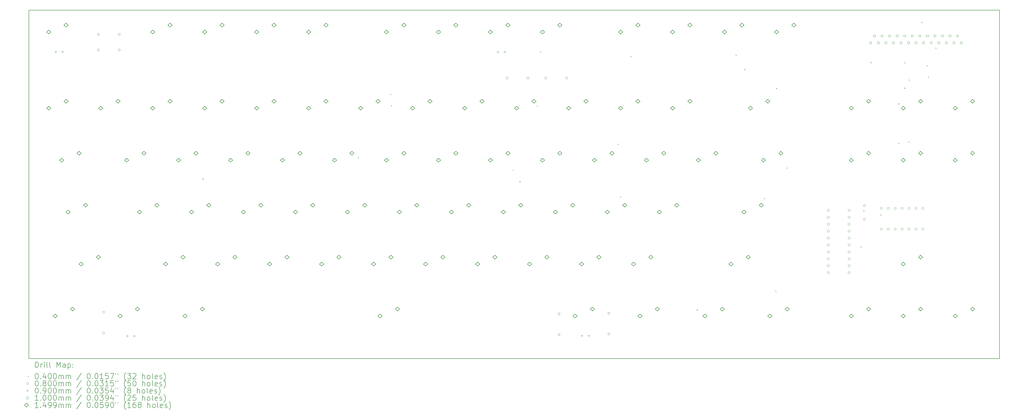
<source format=gbr>
%TF.GenerationSoftware,KiCad,Pcbnew,7.0.1*%
%TF.CreationDate,2024-09-21T20:16:06-05:00*%
%TF.ProjectId,C128DKEYBOARD,43313238-444b-4455-9942-4f4152442e6b,3.3*%
%TF.SameCoordinates,Original*%
%TF.FileFunction,Drillmap*%
%TF.FilePolarity,Positive*%
%FSLAX45Y45*%
G04 Gerber Fmt 4.5, Leading zero omitted, Abs format (unit mm)*
G04 Created by KiCad (PCBNEW 7.0.1) date 2024-09-21 20:16:06*
%MOMM*%
%LPD*%
G01*
G04 APERTURE LIST*
%ADD10C,0.150000*%
%ADD11C,0.200000*%
%ADD12C,0.040000*%
%ADD13C,0.080000*%
%ADD14C,0.090000*%
%ADD15C,0.100000*%
%ADD16C,0.149860*%
G04 APERTURE END LIST*
D10*
X5421630Y-12321540D02*
X11608830Y-12321600D01*
X40894000Y-12319000D02*
X13406430Y-12321540D01*
X5358130Y-25097740D02*
X5326380Y-25097740D01*
X11608830Y-12321600D02*
X13406430Y-12321540D01*
X5326380Y-25021540D02*
X5326380Y-25097740D01*
X5421630Y-12321540D02*
X5358130Y-12321540D01*
X40894000Y-25095200D02*
X40894000Y-12319000D01*
X5358130Y-25097740D02*
X40894000Y-25095200D01*
X5326380Y-12321540D02*
X5326380Y-25021540D01*
X5326380Y-12321540D02*
X5358130Y-12321540D01*
D11*
D12*
X11685570Y-18486570D02*
X11725570Y-18526570D01*
X11725570Y-18486570D02*
X11685570Y-18526570D01*
X17377370Y-17705750D02*
X17417370Y-17745750D01*
X17417370Y-17705750D02*
X17377370Y-17745750D01*
X18560930Y-15383790D02*
X18600930Y-15423790D01*
X18600930Y-15383790D02*
X18560930Y-15423790D01*
X18593570Y-15796750D02*
X18633570Y-15836750D01*
X18633570Y-15796750D02*
X18593570Y-15836750D01*
X23052150Y-18166120D02*
X23092150Y-18206120D01*
X23092150Y-18166120D02*
X23052150Y-18206120D01*
X23297480Y-18586640D02*
X23337480Y-18626640D01*
X23337480Y-18586640D02*
X23297480Y-18626640D01*
X23933470Y-15803020D02*
X23973470Y-15843020D01*
X23973470Y-15803020D02*
X23933470Y-15843020D01*
X24056660Y-13833160D02*
X24096660Y-13873160D01*
X24096660Y-13833160D02*
X24056660Y-13873160D01*
X26900650Y-17210300D02*
X26940650Y-17250300D01*
X26940650Y-17210300D02*
X26900650Y-17250300D01*
X26986760Y-19141530D02*
X27026760Y-19181530D01*
X27026760Y-19141530D02*
X26986760Y-19181530D01*
X27364460Y-13996680D02*
X27404460Y-14036680D01*
X27404460Y-13996680D02*
X27364460Y-14036680D01*
X29798530Y-23287880D02*
X29838530Y-23327880D01*
X29838530Y-23287880D02*
X29798530Y-23327880D01*
X31218690Y-13946960D02*
X31258690Y-13986960D01*
X31258690Y-13946960D02*
X31218690Y-13986960D01*
X31539010Y-14474820D02*
X31579010Y-14514820D01*
X31579010Y-14474820D02*
X31539010Y-14514820D01*
X32260200Y-19203670D02*
X32300200Y-19243670D01*
X32300200Y-19203670D02*
X32260200Y-19243670D01*
X32675410Y-22607510D02*
X32715410Y-22647510D01*
X32715410Y-22607510D02*
X32675410Y-22647510D01*
X32700130Y-15168760D02*
X32740130Y-15208760D01*
X32740130Y-15168760D02*
X32700130Y-15208760D01*
X33087350Y-18088400D02*
X33127350Y-18128400D01*
X33127350Y-18088400D02*
X33087350Y-18128400D01*
X35798220Y-20979540D02*
X35838220Y-21019540D01*
X35838220Y-20979540D02*
X35798220Y-21019540D01*
X35899490Y-19652790D02*
X35939490Y-19692790D01*
X35939490Y-19652790D02*
X35899490Y-19692790D01*
X36161720Y-14219650D02*
X36201720Y-14259650D01*
X36201720Y-14219650D02*
X36161720Y-14259650D01*
X36529730Y-19803530D02*
X36569730Y-19843530D01*
X36569730Y-19803530D02*
X36529730Y-19843530D01*
X37176950Y-17179640D02*
X37216950Y-17219640D01*
X37216950Y-17179640D02*
X37176950Y-17219640D01*
X37183020Y-15729840D02*
X37223020Y-15769840D01*
X37223020Y-15729840D02*
X37183020Y-15769840D01*
X37404190Y-15158220D02*
X37444190Y-15198220D01*
X37444190Y-15158220D02*
X37404190Y-15198220D01*
X37405270Y-14226060D02*
X37445270Y-14266060D01*
X37445270Y-14226060D02*
X37405270Y-14266060D01*
X37548940Y-17131370D02*
X37588940Y-17171370D01*
X37588940Y-17131370D02*
X37548940Y-17171370D01*
X37570670Y-14858690D02*
X37610670Y-14898690D01*
X37610670Y-14858690D02*
X37570670Y-14898690D01*
X38026610Y-12748050D02*
X38066610Y-12788050D01*
X38066610Y-12748050D02*
X38026610Y-12788050D01*
X38228300Y-14333970D02*
X38268300Y-14373970D01*
X38268300Y-14333970D02*
X38228300Y-14373970D01*
X38269960Y-14752390D02*
X38309960Y-14792390D01*
X38309960Y-14752390D02*
X38269960Y-14792390D01*
X38541870Y-13691740D02*
X38581870Y-13731740D01*
X38581870Y-13691740D02*
X38541870Y-13731740D01*
D13*
X7914000Y-13208000D02*
G75*
G03*
X7914000Y-13208000I-40000J0D01*
G01*
X7914000Y-13779500D02*
G75*
G03*
X7914000Y-13779500I-40000J0D01*
G01*
X8104500Y-23393400D02*
G75*
G03*
X8104500Y-23393400I-40000J0D01*
G01*
X8104500Y-24155400D02*
G75*
G03*
X8104500Y-24155400I-40000J0D01*
G01*
X8676000Y-13208000D02*
G75*
G03*
X8676000Y-13208000I-40000J0D01*
G01*
X8676000Y-13779500D02*
G75*
G03*
X8676000Y-13779500I-40000J0D01*
G01*
X22892300Y-14808200D02*
G75*
G03*
X22892300Y-14808200I-40000J0D01*
G01*
X23654300Y-14808200D02*
G75*
G03*
X23654300Y-14808200I-40000J0D01*
G01*
X24309700Y-14808200D02*
G75*
G03*
X24309700Y-14808200I-40000J0D01*
G01*
X24792300Y-23456900D02*
G75*
G03*
X24792300Y-23456900I-40000J0D01*
G01*
X24792300Y-24218900D02*
G75*
G03*
X24792300Y-24218900I-40000J0D01*
G01*
X25071700Y-14808200D02*
G75*
G03*
X25071700Y-14808200I-40000J0D01*
G01*
X26621100Y-23431500D02*
G75*
G03*
X26621100Y-23431500I-40000J0D01*
G01*
X26621100Y-24193500D02*
G75*
G03*
X26621100Y-24193500I-40000J0D01*
G01*
X34660200Y-19659600D02*
G75*
G03*
X34660200Y-19659600I-40000J0D01*
G01*
X34660200Y-19913600D02*
G75*
G03*
X34660200Y-19913600I-40000J0D01*
G01*
X34660200Y-20167600D02*
G75*
G03*
X34660200Y-20167600I-40000J0D01*
G01*
X34660200Y-20421600D02*
G75*
G03*
X34660200Y-20421600I-40000J0D01*
G01*
X34660200Y-20675600D02*
G75*
G03*
X34660200Y-20675600I-40000J0D01*
G01*
X34660200Y-20929600D02*
G75*
G03*
X34660200Y-20929600I-40000J0D01*
G01*
X34660200Y-21183600D02*
G75*
G03*
X34660200Y-21183600I-40000J0D01*
G01*
X34660200Y-21437600D02*
G75*
G03*
X34660200Y-21437600I-40000J0D01*
G01*
X34660200Y-21691600D02*
G75*
G03*
X34660200Y-21691600I-40000J0D01*
G01*
X34660200Y-21945600D02*
G75*
G03*
X34660200Y-21945600I-40000J0D01*
G01*
X35422200Y-19659600D02*
G75*
G03*
X35422200Y-19659600I-40000J0D01*
G01*
X35422200Y-19913600D02*
G75*
G03*
X35422200Y-19913600I-40000J0D01*
G01*
X35422200Y-20167600D02*
G75*
G03*
X35422200Y-20167600I-40000J0D01*
G01*
X35422200Y-20421600D02*
G75*
G03*
X35422200Y-20421600I-40000J0D01*
G01*
X35422200Y-20675600D02*
G75*
G03*
X35422200Y-20675600I-40000J0D01*
G01*
X35422200Y-20929600D02*
G75*
G03*
X35422200Y-20929600I-40000J0D01*
G01*
X35422200Y-21183600D02*
G75*
G03*
X35422200Y-21183600I-40000J0D01*
G01*
X35422200Y-21437600D02*
G75*
G03*
X35422200Y-21437600I-40000J0D01*
G01*
X35422200Y-21691600D02*
G75*
G03*
X35422200Y-21691600I-40000J0D01*
G01*
X35422200Y-21945600D02*
G75*
G03*
X35422200Y-21945600I-40000J0D01*
G01*
X35981000Y-19485800D02*
G75*
G03*
X35981000Y-19485800I-40000J0D01*
G01*
X35981000Y-19985800D02*
G75*
G03*
X35981000Y-19985800I-40000J0D01*
G01*
X36602800Y-19584400D02*
G75*
G03*
X36602800Y-19584400I-40000J0D01*
G01*
X36602800Y-20346400D02*
G75*
G03*
X36602800Y-20346400I-40000J0D01*
G01*
X36856800Y-19584400D02*
G75*
G03*
X36856800Y-19584400I-40000J0D01*
G01*
X36856800Y-20346400D02*
G75*
G03*
X36856800Y-20346400I-40000J0D01*
G01*
X37110800Y-19584400D02*
G75*
G03*
X37110800Y-19584400I-40000J0D01*
G01*
X37110800Y-20346400D02*
G75*
G03*
X37110800Y-20346400I-40000J0D01*
G01*
X37364800Y-19584400D02*
G75*
G03*
X37364800Y-19584400I-40000J0D01*
G01*
X37364800Y-20346400D02*
G75*
G03*
X37364800Y-20346400I-40000J0D01*
G01*
X37618800Y-19584400D02*
G75*
G03*
X37618800Y-19584400I-40000J0D01*
G01*
X37618800Y-20346400D02*
G75*
G03*
X37618800Y-20346400I-40000J0D01*
G01*
X37872800Y-19584400D02*
G75*
G03*
X37872800Y-19584400I-40000J0D01*
G01*
X37872800Y-20346400D02*
G75*
G03*
X37872800Y-20346400I-40000J0D01*
G01*
X38126800Y-19584400D02*
G75*
G03*
X38126800Y-19584400I-40000J0D01*
G01*
X38126800Y-20346400D02*
G75*
G03*
X38126800Y-20346400I-40000J0D01*
G01*
D14*
X6311400Y-13800540D02*
X6311400Y-13890540D01*
X6266400Y-13845540D02*
X6356400Y-13845540D01*
X6565400Y-13800540D02*
X6565400Y-13890540D01*
X6520400Y-13845540D02*
X6610400Y-13845540D01*
X8932180Y-24219620D02*
X8932180Y-24309620D01*
X8887180Y-24264620D02*
X8977180Y-24264620D01*
X9186180Y-24219620D02*
X9186180Y-24309620D01*
X9141180Y-24264620D02*
X9231180Y-24264620D01*
X22511520Y-13808160D02*
X22511520Y-13898160D01*
X22466520Y-13853160D02*
X22556520Y-13853160D01*
X22765520Y-13808160D02*
X22765520Y-13898160D01*
X22720520Y-13853160D02*
X22810520Y-13853160D01*
X25587460Y-24212000D02*
X25587460Y-24302000D01*
X25542460Y-24257000D02*
X25632460Y-24257000D01*
X25841460Y-24212000D02*
X25841460Y-24302000D01*
X25796460Y-24257000D02*
X25886460Y-24257000D01*
D15*
X36206156Y-13550286D02*
X36206156Y-13479574D01*
X36135444Y-13479574D01*
X36135444Y-13550286D01*
X36206156Y-13550286D01*
X36344656Y-13296286D02*
X36344656Y-13225574D01*
X36273944Y-13225574D01*
X36273944Y-13296286D01*
X36344656Y-13296286D01*
X36483156Y-13550286D02*
X36483156Y-13479574D01*
X36412444Y-13479574D01*
X36412444Y-13550286D01*
X36483156Y-13550286D01*
X36621656Y-13296286D02*
X36621656Y-13225574D01*
X36550944Y-13225574D01*
X36550944Y-13296286D01*
X36621656Y-13296286D01*
X36760156Y-13550286D02*
X36760156Y-13479574D01*
X36689444Y-13479574D01*
X36689444Y-13550286D01*
X36760156Y-13550286D01*
X36898656Y-13296286D02*
X36898656Y-13225574D01*
X36827944Y-13225574D01*
X36827944Y-13296286D01*
X36898656Y-13296286D01*
X37037156Y-13550286D02*
X37037156Y-13479574D01*
X36966444Y-13479574D01*
X36966444Y-13550286D01*
X37037156Y-13550286D01*
X37175656Y-13296286D02*
X37175656Y-13225574D01*
X37104944Y-13225574D01*
X37104944Y-13296286D01*
X37175656Y-13296286D01*
X37314156Y-13550286D02*
X37314156Y-13479574D01*
X37243444Y-13479574D01*
X37243444Y-13550286D01*
X37314156Y-13550286D01*
X37452656Y-13296286D02*
X37452656Y-13225574D01*
X37381944Y-13225574D01*
X37381944Y-13296286D01*
X37452656Y-13296286D01*
X37591156Y-13550286D02*
X37591156Y-13479574D01*
X37520444Y-13479574D01*
X37520444Y-13550286D01*
X37591156Y-13550286D01*
X37729656Y-13296286D02*
X37729656Y-13225574D01*
X37658944Y-13225574D01*
X37658944Y-13296286D01*
X37729656Y-13296286D01*
X37868156Y-13550286D02*
X37868156Y-13479574D01*
X37797444Y-13479574D01*
X37797444Y-13550286D01*
X37868156Y-13550286D01*
X38006656Y-13296286D02*
X38006656Y-13225574D01*
X37935944Y-13225574D01*
X37935944Y-13296286D01*
X38006656Y-13296286D01*
X38145156Y-13550286D02*
X38145156Y-13479574D01*
X38074444Y-13479574D01*
X38074444Y-13550286D01*
X38145156Y-13550286D01*
X38283656Y-13296286D02*
X38283656Y-13225574D01*
X38212944Y-13225574D01*
X38212944Y-13296286D01*
X38283656Y-13296286D01*
X38422156Y-13550286D02*
X38422156Y-13479574D01*
X38351444Y-13479574D01*
X38351444Y-13550286D01*
X38422156Y-13550286D01*
X38560656Y-13296286D02*
X38560656Y-13225574D01*
X38489944Y-13225574D01*
X38489944Y-13296286D01*
X38560656Y-13296286D01*
X38699156Y-13550286D02*
X38699156Y-13479574D01*
X38628444Y-13479574D01*
X38628444Y-13550286D01*
X38699156Y-13550286D01*
X38837656Y-13296286D02*
X38837656Y-13225574D01*
X38766944Y-13225574D01*
X38766944Y-13296286D01*
X38837656Y-13296286D01*
X38976156Y-13550286D02*
X38976156Y-13479574D01*
X38905444Y-13479574D01*
X38905444Y-13550286D01*
X38976156Y-13550286D01*
X39114656Y-13296286D02*
X39114656Y-13225574D01*
X39043944Y-13225574D01*
X39043944Y-13296286D01*
X39114656Y-13296286D01*
X39253156Y-13550286D02*
X39253156Y-13479574D01*
X39182444Y-13479574D01*
X39182444Y-13550286D01*
X39253156Y-13550286D01*
X39391656Y-13296286D02*
X39391656Y-13225574D01*
X39320944Y-13225574D01*
X39320944Y-13296286D01*
X39391656Y-13296286D01*
X39530156Y-13550286D02*
X39530156Y-13479574D01*
X39459444Y-13479574D01*
X39459444Y-13550286D01*
X39530156Y-13550286D01*
D16*
X6051550Y-13194030D02*
X6126480Y-13119100D01*
X6051550Y-13044170D01*
X5976620Y-13119100D01*
X6051550Y-13194030D01*
X6051550Y-15988030D02*
X6126480Y-15913100D01*
X6051550Y-15838170D01*
X5976620Y-15913100D01*
X6051550Y-15988030D01*
X6289050Y-23608030D02*
X6363980Y-23533100D01*
X6289050Y-23458170D01*
X6214120Y-23533100D01*
X6289050Y-23608030D01*
X6527050Y-17893030D02*
X6601980Y-17818100D01*
X6527050Y-17743170D01*
X6452120Y-17818100D01*
X6527050Y-17893030D01*
X6686550Y-12940030D02*
X6761480Y-12865100D01*
X6686550Y-12790170D01*
X6611620Y-12865100D01*
X6686550Y-12940030D01*
X6686550Y-15734030D02*
X6761480Y-15659100D01*
X6686550Y-15584170D01*
X6611620Y-15659100D01*
X6686550Y-15734030D01*
X6765350Y-19798030D02*
X6840280Y-19723100D01*
X6765350Y-19648170D01*
X6690420Y-19723100D01*
X6765350Y-19798030D01*
X6924050Y-23354030D02*
X6998980Y-23279100D01*
X6924050Y-23204170D01*
X6849120Y-23279100D01*
X6924050Y-23354030D01*
X7162050Y-17639030D02*
X7236980Y-17564100D01*
X7162050Y-17489170D01*
X7087120Y-17564100D01*
X7162050Y-17639030D01*
X7241550Y-21703030D02*
X7316480Y-21628100D01*
X7241550Y-21553170D01*
X7166620Y-21628100D01*
X7241550Y-21703030D01*
X7400350Y-19544030D02*
X7475280Y-19469100D01*
X7400350Y-19394170D01*
X7325420Y-19469100D01*
X7400350Y-19544030D01*
X7876550Y-21449030D02*
X7951480Y-21374100D01*
X7876550Y-21299170D01*
X7801620Y-21374100D01*
X7876550Y-21449030D01*
X7956550Y-15988030D02*
X8031480Y-15913100D01*
X7956550Y-15838170D01*
X7881620Y-15913100D01*
X7956550Y-15988030D01*
X8591550Y-15734030D02*
X8666480Y-15659100D01*
X8591550Y-15584170D01*
X8516620Y-15659100D01*
X8591550Y-15734030D01*
X8670050Y-23608030D02*
X8744980Y-23533100D01*
X8670050Y-23458170D01*
X8595120Y-23533100D01*
X8670050Y-23608030D01*
X8909050Y-17893030D02*
X8983980Y-17818100D01*
X8909050Y-17743170D01*
X8834120Y-17818100D01*
X8909050Y-17893030D01*
X9305050Y-23354030D02*
X9379980Y-23279100D01*
X9305050Y-23204170D01*
X9230120Y-23279100D01*
X9305050Y-23354030D01*
X9384050Y-19798030D02*
X9458980Y-19723100D01*
X9384050Y-19648170D01*
X9309120Y-19723100D01*
X9384050Y-19798030D01*
X9544050Y-17639030D02*
X9618980Y-17564100D01*
X9544050Y-17489170D01*
X9469120Y-17564100D01*
X9544050Y-17639030D01*
X9861550Y-13194030D02*
X9936480Y-13119100D01*
X9861550Y-13044170D01*
X9786620Y-13119100D01*
X9861550Y-13194030D01*
X9861550Y-15988030D02*
X9936480Y-15913100D01*
X9861550Y-15838170D01*
X9786620Y-15913100D01*
X9861550Y-15988030D01*
X10019050Y-19544030D02*
X10093980Y-19469100D01*
X10019050Y-19394170D01*
X9944120Y-19469100D01*
X10019050Y-19544030D01*
X10336550Y-21703030D02*
X10411480Y-21628100D01*
X10336550Y-21553170D01*
X10261620Y-21628100D01*
X10336550Y-21703030D01*
X10496550Y-12940030D02*
X10571480Y-12865100D01*
X10496550Y-12790170D01*
X10421620Y-12865100D01*
X10496550Y-12940030D01*
X10496550Y-15734030D02*
X10571480Y-15659100D01*
X10496550Y-15584170D01*
X10421620Y-15659100D01*
X10496550Y-15734030D01*
X10814050Y-17893030D02*
X10888980Y-17818100D01*
X10814050Y-17743170D01*
X10739120Y-17818100D01*
X10814050Y-17893030D01*
X10971550Y-21449030D02*
X11046480Y-21374100D01*
X10971550Y-21299170D01*
X10896620Y-21374100D01*
X10971550Y-21449030D01*
X11051050Y-23608030D02*
X11125980Y-23533100D01*
X11051050Y-23458170D01*
X10976120Y-23533100D01*
X11051050Y-23608030D01*
X11289050Y-19798030D02*
X11363980Y-19723100D01*
X11289050Y-19648170D01*
X11214120Y-19723100D01*
X11289050Y-19798030D01*
X11449050Y-17639030D02*
X11523980Y-17564100D01*
X11449050Y-17489170D01*
X11374120Y-17564100D01*
X11449050Y-17639030D01*
X11686050Y-23354030D02*
X11760980Y-23279100D01*
X11686050Y-23204170D01*
X11611120Y-23279100D01*
X11686050Y-23354030D01*
X11766550Y-13194030D02*
X11841480Y-13119100D01*
X11766550Y-13044170D01*
X11691620Y-13119100D01*
X11766550Y-13194030D01*
X11766550Y-15988030D02*
X11841480Y-15913100D01*
X11766550Y-15838170D01*
X11691620Y-15913100D01*
X11766550Y-15988030D01*
X11924050Y-19544030D02*
X11998980Y-19469100D01*
X11924050Y-19394170D01*
X11849120Y-19469100D01*
X11924050Y-19544030D01*
X12241550Y-21703030D02*
X12316480Y-21628100D01*
X12241550Y-21553170D01*
X12166620Y-21628100D01*
X12241550Y-21703030D01*
X12401550Y-12940030D02*
X12476480Y-12865100D01*
X12401550Y-12790170D01*
X12326620Y-12865100D01*
X12401550Y-12940030D01*
X12401550Y-15734030D02*
X12476480Y-15659100D01*
X12401550Y-15584170D01*
X12326620Y-15659100D01*
X12401550Y-15734030D01*
X12719050Y-17893030D02*
X12793980Y-17818100D01*
X12719050Y-17743170D01*
X12644120Y-17818100D01*
X12719050Y-17893030D01*
X12876550Y-21449030D02*
X12951480Y-21374100D01*
X12876550Y-21299170D01*
X12801620Y-21374100D01*
X12876550Y-21449030D01*
X13194050Y-19798030D02*
X13268980Y-19723100D01*
X13194050Y-19648170D01*
X13119120Y-19723100D01*
X13194050Y-19798030D01*
X13354050Y-17639030D02*
X13428980Y-17564100D01*
X13354050Y-17489170D01*
X13279120Y-17564100D01*
X13354050Y-17639030D01*
X13671550Y-13194030D02*
X13746480Y-13119100D01*
X13671550Y-13044170D01*
X13596620Y-13119100D01*
X13671550Y-13194030D01*
X13671550Y-15988030D02*
X13746480Y-15913100D01*
X13671550Y-15838170D01*
X13596620Y-15913100D01*
X13671550Y-15988030D01*
X13829050Y-19544030D02*
X13903980Y-19469100D01*
X13829050Y-19394170D01*
X13754120Y-19469100D01*
X13829050Y-19544030D01*
X14146550Y-21703030D02*
X14221480Y-21628100D01*
X14146550Y-21553170D01*
X14071620Y-21628100D01*
X14146550Y-21703030D01*
X14306550Y-12940030D02*
X14381480Y-12865100D01*
X14306550Y-12790170D01*
X14231620Y-12865100D01*
X14306550Y-12940030D01*
X14306550Y-15734030D02*
X14381480Y-15659100D01*
X14306550Y-15584170D01*
X14231620Y-15659100D01*
X14306550Y-15734030D01*
X14624050Y-17893030D02*
X14698980Y-17818100D01*
X14624050Y-17743170D01*
X14549120Y-17818100D01*
X14624050Y-17893030D01*
X14781550Y-21449030D02*
X14856480Y-21374100D01*
X14781550Y-21299170D01*
X14706620Y-21374100D01*
X14781550Y-21449030D01*
X15099050Y-19798030D02*
X15173980Y-19723100D01*
X15099050Y-19648170D01*
X15024120Y-19723100D01*
X15099050Y-19798030D01*
X15259050Y-17639030D02*
X15333980Y-17564100D01*
X15259050Y-17489170D01*
X15184120Y-17564100D01*
X15259050Y-17639030D01*
X15576550Y-13194030D02*
X15651480Y-13119100D01*
X15576550Y-13044170D01*
X15501620Y-13119100D01*
X15576550Y-13194030D01*
X15576550Y-15988030D02*
X15651480Y-15913100D01*
X15576550Y-15838170D01*
X15501620Y-15913100D01*
X15576550Y-15988030D01*
X15734050Y-19544030D02*
X15808980Y-19469100D01*
X15734050Y-19394170D01*
X15659120Y-19469100D01*
X15734050Y-19544030D01*
X16051550Y-21703030D02*
X16126480Y-21628100D01*
X16051550Y-21553170D01*
X15976620Y-21628100D01*
X16051550Y-21703030D01*
X16211550Y-12940030D02*
X16286480Y-12865100D01*
X16211550Y-12790170D01*
X16136620Y-12865100D01*
X16211550Y-12940030D01*
X16211550Y-15734030D02*
X16286480Y-15659100D01*
X16211550Y-15584170D01*
X16136620Y-15659100D01*
X16211550Y-15734030D01*
X16529050Y-17893030D02*
X16603980Y-17818100D01*
X16529050Y-17743170D01*
X16454120Y-17818100D01*
X16529050Y-17893030D01*
X16686550Y-21449030D02*
X16761480Y-21374100D01*
X16686550Y-21299170D01*
X16611620Y-21374100D01*
X16686550Y-21449030D01*
X17004050Y-19798030D02*
X17078980Y-19723100D01*
X17004050Y-19648170D01*
X16929120Y-19723100D01*
X17004050Y-19798030D01*
X17164050Y-17639030D02*
X17238980Y-17564100D01*
X17164050Y-17489170D01*
X17089120Y-17564100D01*
X17164050Y-17639030D01*
X17481550Y-15988030D02*
X17556480Y-15913100D01*
X17481550Y-15838170D01*
X17406620Y-15913100D01*
X17481550Y-15988030D01*
X17639050Y-19544030D02*
X17713980Y-19469100D01*
X17639050Y-19394170D01*
X17564120Y-19469100D01*
X17639050Y-19544030D01*
X17956550Y-21703030D02*
X18031480Y-21628100D01*
X17956550Y-21553170D01*
X17881620Y-21628100D01*
X17956550Y-21703030D01*
X18116550Y-15734030D02*
X18191480Y-15659100D01*
X18116550Y-15584170D01*
X18041620Y-15659100D01*
X18116550Y-15734030D01*
X18194550Y-23608030D02*
X18269480Y-23533100D01*
X18194550Y-23458170D01*
X18119620Y-23533100D01*
X18194550Y-23608030D01*
X18434050Y-13194030D02*
X18508980Y-13119100D01*
X18434050Y-13044170D01*
X18359120Y-13119100D01*
X18434050Y-13194030D01*
X18434050Y-17893030D02*
X18508980Y-17818100D01*
X18434050Y-17743170D01*
X18359120Y-17818100D01*
X18434050Y-17893030D01*
X18591550Y-21449030D02*
X18666480Y-21374100D01*
X18591550Y-21299170D01*
X18516620Y-21374100D01*
X18591550Y-21449030D01*
X18829550Y-23354030D02*
X18904480Y-23279100D01*
X18829550Y-23204170D01*
X18754620Y-23279100D01*
X18829550Y-23354030D01*
X18909050Y-19798030D02*
X18983980Y-19723100D01*
X18909050Y-19648170D01*
X18834120Y-19723100D01*
X18909050Y-19798030D01*
X19069050Y-12940030D02*
X19143980Y-12865100D01*
X19069050Y-12790170D01*
X18994120Y-12865100D01*
X19069050Y-12940030D01*
X19069050Y-17639030D02*
X19143980Y-17564100D01*
X19069050Y-17489170D01*
X18994120Y-17564100D01*
X19069050Y-17639030D01*
X19386550Y-15988030D02*
X19461480Y-15913100D01*
X19386550Y-15838170D01*
X19311620Y-15913100D01*
X19386550Y-15988030D01*
X19544050Y-19544030D02*
X19618980Y-19469100D01*
X19544050Y-19394170D01*
X19469120Y-19469100D01*
X19544050Y-19544030D01*
X19861550Y-21703030D02*
X19936480Y-21628100D01*
X19861550Y-21553170D01*
X19786620Y-21628100D01*
X19861550Y-21703030D01*
X20021550Y-15734030D02*
X20096480Y-15659100D01*
X20021550Y-15584170D01*
X19946620Y-15659100D01*
X20021550Y-15734030D01*
X20339050Y-13194030D02*
X20413980Y-13119100D01*
X20339050Y-13044170D01*
X20264120Y-13119100D01*
X20339050Y-13194030D01*
X20339050Y-17893030D02*
X20413980Y-17818100D01*
X20339050Y-17743170D01*
X20264120Y-17818100D01*
X20339050Y-17893030D01*
X20496550Y-21449030D02*
X20571480Y-21374100D01*
X20496550Y-21299170D01*
X20421620Y-21374100D01*
X20496550Y-21449030D01*
X20814050Y-19798030D02*
X20888980Y-19723100D01*
X20814050Y-19648170D01*
X20739120Y-19723100D01*
X20814050Y-19798030D01*
X20974050Y-12940030D02*
X21048980Y-12865100D01*
X20974050Y-12790170D01*
X20899120Y-12865100D01*
X20974050Y-12940030D01*
X20974050Y-17639030D02*
X21048980Y-17564100D01*
X20974050Y-17489170D01*
X20899120Y-17564100D01*
X20974050Y-17639030D01*
X21291550Y-15988030D02*
X21366480Y-15913100D01*
X21291550Y-15838170D01*
X21216620Y-15913100D01*
X21291550Y-15988030D01*
X21449050Y-19544030D02*
X21523980Y-19469100D01*
X21449050Y-19394170D01*
X21374120Y-19469100D01*
X21449050Y-19544030D01*
X21766550Y-21703030D02*
X21841480Y-21628100D01*
X21766550Y-21553170D01*
X21691620Y-21628100D01*
X21766550Y-21703030D01*
X21926550Y-15734030D02*
X22001480Y-15659100D01*
X21926550Y-15584170D01*
X21851620Y-15659100D01*
X21926550Y-15734030D01*
X22244050Y-13194030D02*
X22318980Y-13119100D01*
X22244050Y-13044170D01*
X22169120Y-13119100D01*
X22244050Y-13194030D01*
X22244050Y-17893030D02*
X22318980Y-17818100D01*
X22244050Y-17743170D01*
X22169120Y-17818100D01*
X22244050Y-17893030D01*
X22401550Y-21449030D02*
X22476480Y-21374100D01*
X22401550Y-21299170D01*
X22326620Y-21374100D01*
X22401550Y-21449030D01*
X22719050Y-19798030D02*
X22793980Y-19723100D01*
X22719050Y-19648170D01*
X22644120Y-19723100D01*
X22719050Y-19798030D01*
X22879050Y-12940030D02*
X22953980Y-12865100D01*
X22879050Y-12790170D01*
X22804120Y-12865100D01*
X22879050Y-12940030D01*
X22879050Y-17639030D02*
X22953980Y-17564100D01*
X22879050Y-17489170D01*
X22804120Y-17564100D01*
X22879050Y-17639030D01*
X23196550Y-15988030D02*
X23271480Y-15913100D01*
X23196550Y-15838170D01*
X23121620Y-15913100D01*
X23196550Y-15988030D01*
X23354050Y-19544030D02*
X23428980Y-19469100D01*
X23354050Y-19394170D01*
X23279120Y-19469100D01*
X23354050Y-19544030D01*
X23671550Y-21703030D02*
X23746480Y-21628100D01*
X23671550Y-21553170D01*
X23596620Y-21628100D01*
X23671550Y-21703030D01*
X23831550Y-15734030D02*
X23906480Y-15659100D01*
X23831550Y-15584170D01*
X23756620Y-15659100D01*
X23831550Y-15734030D01*
X24149050Y-13194030D02*
X24223980Y-13119100D01*
X24149050Y-13044170D01*
X24074120Y-13119100D01*
X24149050Y-13194030D01*
X24149050Y-17893030D02*
X24223980Y-17818100D01*
X24149050Y-17743170D01*
X24074120Y-17818100D01*
X24149050Y-17893030D01*
X24306550Y-21449030D02*
X24381480Y-21374100D01*
X24306550Y-21299170D01*
X24231620Y-21374100D01*
X24306550Y-21449030D01*
X24624050Y-19798030D02*
X24698980Y-19723100D01*
X24624050Y-19648170D01*
X24549120Y-19723100D01*
X24624050Y-19798030D01*
X24784050Y-12940030D02*
X24858980Y-12865100D01*
X24784050Y-12790170D01*
X24709120Y-12865100D01*
X24784050Y-12940030D01*
X24784050Y-17639030D02*
X24858980Y-17564100D01*
X24784050Y-17489170D01*
X24709120Y-17564100D01*
X24784050Y-17639030D01*
X25101550Y-15988030D02*
X25176480Y-15913100D01*
X25101550Y-15838170D01*
X25026620Y-15913100D01*
X25101550Y-15988030D01*
X25259050Y-19544030D02*
X25333980Y-19469100D01*
X25259050Y-19394170D01*
X25184120Y-19469100D01*
X25259050Y-19544030D01*
X25338550Y-23608030D02*
X25413480Y-23533100D01*
X25338550Y-23458170D01*
X25263620Y-23533100D01*
X25338550Y-23608030D01*
X25576550Y-21703030D02*
X25651480Y-21628100D01*
X25576550Y-21553170D01*
X25501620Y-21628100D01*
X25576550Y-21703030D01*
X25736550Y-15734030D02*
X25811480Y-15659100D01*
X25736550Y-15584170D01*
X25661620Y-15659100D01*
X25736550Y-15734030D01*
X25973550Y-23354030D02*
X26048480Y-23279100D01*
X25973550Y-23204170D01*
X25898620Y-23279100D01*
X25973550Y-23354030D01*
X26054050Y-17893030D02*
X26128980Y-17818100D01*
X26054050Y-17743170D01*
X25979120Y-17818100D01*
X26054050Y-17893030D01*
X26211550Y-21449030D02*
X26286480Y-21374100D01*
X26211550Y-21299170D01*
X26136620Y-21374100D01*
X26211550Y-21449030D01*
X26529050Y-19798030D02*
X26603980Y-19723100D01*
X26529050Y-19648170D01*
X26454120Y-19723100D01*
X26529050Y-19798030D01*
X26689050Y-17639030D02*
X26763980Y-17564100D01*
X26689050Y-17489170D01*
X26614120Y-17564100D01*
X26689050Y-17639030D01*
X27006550Y-13194030D02*
X27081480Y-13119100D01*
X27006550Y-13044170D01*
X26931620Y-13119100D01*
X27006550Y-13194030D01*
X27006550Y-15988030D02*
X27081480Y-15913100D01*
X27006550Y-15838170D01*
X26931620Y-15913100D01*
X27006550Y-15988030D01*
X27164050Y-19544030D02*
X27238980Y-19469100D01*
X27164050Y-19394170D01*
X27089120Y-19469100D01*
X27164050Y-19544030D01*
X27481550Y-21703030D02*
X27556480Y-21628100D01*
X27481550Y-21553170D01*
X27406620Y-21628100D01*
X27481550Y-21703030D01*
X27641550Y-12940030D02*
X27716480Y-12865100D01*
X27641550Y-12790170D01*
X27566620Y-12865100D01*
X27641550Y-12940030D01*
X27641550Y-15734030D02*
X27716480Y-15659100D01*
X27641550Y-15584170D01*
X27566620Y-15659100D01*
X27641550Y-15734030D01*
X27719550Y-23608030D02*
X27794480Y-23533100D01*
X27719550Y-23458170D01*
X27644620Y-23533100D01*
X27719550Y-23608030D01*
X27959050Y-17893030D02*
X28033980Y-17818100D01*
X27959050Y-17743170D01*
X27884120Y-17818100D01*
X27959050Y-17893030D01*
X28116550Y-21449030D02*
X28191480Y-21374100D01*
X28116550Y-21299170D01*
X28041620Y-21374100D01*
X28116550Y-21449030D01*
X28354550Y-23354030D02*
X28429480Y-23279100D01*
X28354550Y-23204170D01*
X28279620Y-23279100D01*
X28354550Y-23354030D01*
X28434050Y-19798030D02*
X28508980Y-19723100D01*
X28434050Y-19648170D01*
X28359120Y-19723100D01*
X28434050Y-19798030D01*
X28594050Y-17639030D02*
X28668980Y-17564100D01*
X28594050Y-17489170D01*
X28519120Y-17564100D01*
X28594050Y-17639030D01*
X28911550Y-13194030D02*
X28986480Y-13119100D01*
X28911550Y-13044170D01*
X28836620Y-13119100D01*
X28911550Y-13194030D01*
X28911550Y-15988030D02*
X28986480Y-15913100D01*
X28911550Y-15838170D01*
X28836620Y-15913100D01*
X28911550Y-15988030D01*
X29069050Y-19544030D02*
X29143980Y-19469100D01*
X29069050Y-19394170D01*
X28994120Y-19469100D01*
X29069050Y-19544030D01*
X29546550Y-12940030D02*
X29621480Y-12865100D01*
X29546550Y-12790170D01*
X29471620Y-12865100D01*
X29546550Y-12940030D01*
X29546550Y-15734030D02*
X29621480Y-15659100D01*
X29546550Y-15584170D01*
X29471620Y-15659100D01*
X29546550Y-15734030D01*
X29864050Y-17893030D02*
X29938980Y-17818100D01*
X29864050Y-17743170D01*
X29789120Y-17818100D01*
X29864050Y-17893030D01*
X30100550Y-23608030D02*
X30175480Y-23533100D01*
X30100550Y-23458170D01*
X30025620Y-23533100D01*
X30100550Y-23608030D01*
X30499050Y-17639030D02*
X30573980Y-17564100D01*
X30499050Y-17489170D01*
X30424120Y-17564100D01*
X30499050Y-17639030D01*
X30735550Y-23354030D02*
X30810480Y-23279100D01*
X30735550Y-23204170D01*
X30660620Y-23279100D01*
X30735550Y-23354030D01*
X30816550Y-13194030D02*
X30891480Y-13119100D01*
X30816550Y-13044170D01*
X30741620Y-13119100D01*
X30816550Y-13194030D01*
X31053050Y-21703030D02*
X31127980Y-21628100D01*
X31053050Y-21553170D01*
X30978120Y-21628100D01*
X31053050Y-21703030D01*
X31451550Y-12940030D02*
X31526480Y-12865100D01*
X31451550Y-12790170D01*
X31376620Y-12865100D01*
X31451550Y-12940030D01*
X31529550Y-19798030D02*
X31604480Y-19723100D01*
X31529550Y-19648170D01*
X31454620Y-19723100D01*
X31529550Y-19798030D01*
X31688050Y-21449030D02*
X31762980Y-21374100D01*
X31688050Y-21299170D01*
X31613120Y-21374100D01*
X31688050Y-21449030D01*
X31769050Y-15988030D02*
X31843980Y-15913100D01*
X31769050Y-15838170D01*
X31694120Y-15913100D01*
X31769050Y-15988030D01*
X32164550Y-19544030D02*
X32239480Y-19469100D01*
X32164550Y-19394170D01*
X32089620Y-19469100D01*
X32164550Y-19544030D01*
X32245050Y-17893030D02*
X32319980Y-17818100D01*
X32245050Y-17743170D01*
X32170120Y-17818100D01*
X32245050Y-17893030D01*
X32404050Y-15734030D02*
X32478980Y-15659100D01*
X32404050Y-15584170D01*
X32329120Y-15659100D01*
X32404050Y-15734030D01*
X32481550Y-23608030D02*
X32556480Y-23533100D01*
X32481550Y-23458170D01*
X32406620Y-23533100D01*
X32481550Y-23608030D01*
X32721550Y-13194030D02*
X32796480Y-13119100D01*
X32721550Y-13044170D01*
X32646620Y-13119100D01*
X32721550Y-13194030D01*
X32880050Y-17639030D02*
X32954980Y-17564100D01*
X32880050Y-17489170D01*
X32805120Y-17564100D01*
X32880050Y-17639030D01*
X33116550Y-23354030D02*
X33191480Y-23279100D01*
X33116550Y-23204170D01*
X33041620Y-23279100D01*
X33116550Y-23354030D01*
X33356550Y-12940030D02*
X33431480Y-12865100D01*
X33356550Y-12790170D01*
X33281620Y-12865100D01*
X33356550Y-12940030D01*
X35462210Y-15988030D02*
X35537140Y-15913100D01*
X35462210Y-15838170D01*
X35387280Y-15913100D01*
X35462210Y-15988030D01*
X35462210Y-17893030D02*
X35537140Y-17818100D01*
X35462210Y-17743170D01*
X35387280Y-17818100D01*
X35462210Y-17893030D01*
X35462210Y-23608030D02*
X35537140Y-23533100D01*
X35462210Y-23458170D01*
X35387280Y-23533100D01*
X35462210Y-23608030D01*
X36097210Y-15734030D02*
X36172140Y-15659100D01*
X36097210Y-15584170D01*
X36022280Y-15659100D01*
X36097210Y-15734030D01*
X36097210Y-17639030D02*
X36172140Y-17564100D01*
X36097210Y-17489170D01*
X36022280Y-17564100D01*
X36097210Y-17639030D01*
X36097210Y-23354030D02*
X36172140Y-23279100D01*
X36097210Y-23204170D01*
X36022280Y-23279100D01*
X36097210Y-23354030D01*
X37367210Y-15988030D02*
X37442140Y-15913100D01*
X37367210Y-15838170D01*
X37292280Y-15913100D01*
X37367210Y-15988030D01*
X37367210Y-17893030D02*
X37442140Y-17818100D01*
X37367210Y-17743170D01*
X37292280Y-17818100D01*
X37367210Y-17893030D01*
X37367210Y-21703030D02*
X37442140Y-21628100D01*
X37367210Y-21553170D01*
X37292280Y-21628100D01*
X37367210Y-21703030D01*
X37367210Y-23608030D02*
X37442140Y-23533100D01*
X37367210Y-23458170D01*
X37292280Y-23533100D01*
X37367210Y-23608030D01*
X38002210Y-15734030D02*
X38077140Y-15659100D01*
X38002210Y-15584170D01*
X37927280Y-15659100D01*
X38002210Y-15734030D01*
X38002210Y-17639030D02*
X38077140Y-17564100D01*
X38002210Y-17489170D01*
X37927280Y-17564100D01*
X38002210Y-17639030D01*
X38002210Y-21449030D02*
X38077140Y-21374100D01*
X38002210Y-21299170D01*
X37927280Y-21374100D01*
X38002210Y-21449030D01*
X38002210Y-23354030D02*
X38077140Y-23279100D01*
X38002210Y-23204170D01*
X37927280Y-23279100D01*
X38002210Y-23354030D01*
X39272210Y-15988030D02*
X39347140Y-15913100D01*
X39272210Y-15838170D01*
X39197280Y-15913100D01*
X39272210Y-15988030D01*
X39272210Y-17893030D02*
X39347140Y-17818100D01*
X39272210Y-17743170D01*
X39197280Y-17818100D01*
X39272210Y-17893030D01*
X39272210Y-23608030D02*
X39347140Y-23533100D01*
X39272210Y-23458170D01*
X39197280Y-23533100D01*
X39272210Y-23608030D01*
X39907210Y-15734030D02*
X39982140Y-15659100D01*
X39907210Y-15584170D01*
X39832280Y-15659100D01*
X39907210Y-15734030D01*
X39907210Y-17639030D02*
X39982140Y-17564100D01*
X39907210Y-17489170D01*
X39832280Y-17564100D01*
X39907210Y-17639030D01*
X39907210Y-23354030D02*
X39982140Y-23279100D01*
X39907210Y-23204170D01*
X39832280Y-23279100D01*
X39907210Y-23354030D01*
D11*
X5566499Y-25417764D02*
X5566499Y-25217764D01*
X5566499Y-25217764D02*
X5614118Y-25217764D01*
X5614118Y-25217764D02*
X5642689Y-25227288D01*
X5642689Y-25227288D02*
X5661737Y-25246335D01*
X5661737Y-25246335D02*
X5671261Y-25265383D01*
X5671261Y-25265383D02*
X5680785Y-25303478D01*
X5680785Y-25303478D02*
X5680785Y-25332049D01*
X5680785Y-25332049D02*
X5671261Y-25370145D01*
X5671261Y-25370145D02*
X5661737Y-25389192D01*
X5661737Y-25389192D02*
X5642689Y-25408240D01*
X5642689Y-25408240D02*
X5614118Y-25417764D01*
X5614118Y-25417764D02*
X5566499Y-25417764D01*
X5766499Y-25417764D02*
X5766499Y-25284430D01*
X5766499Y-25322526D02*
X5776023Y-25303478D01*
X5776023Y-25303478D02*
X5785547Y-25293954D01*
X5785547Y-25293954D02*
X5804594Y-25284430D01*
X5804594Y-25284430D02*
X5823642Y-25284430D01*
X5890308Y-25417764D02*
X5890308Y-25284430D01*
X5890308Y-25217764D02*
X5880785Y-25227288D01*
X5880785Y-25227288D02*
X5890308Y-25236811D01*
X5890308Y-25236811D02*
X5899832Y-25227288D01*
X5899832Y-25227288D02*
X5890308Y-25217764D01*
X5890308Y-25217764D02*
X5890308Y-25236811D01*
X6014118Y-25417764D02*
X5995070Y-25408240D01*
X5995070Y-25408240D02*
X5985547Y-25389192D01*
X5985547Y-25389192D02*
X5985547Y-25217764D01*
X6118880Y-25417764D02*
X6099832Y-25408240D01*
X6099832Y-25408240D02*
X6090308Y-25389192D01*
X6090308Y-25389192D02*
X6090308Y-25217764D01*
X6347451Y-25417764D02*
X6347451Y-25217764D01*
X6347451Y-25217764D02*
X6414118Y-25360621D01*
X6414118Y-25360621D02*
X6480785Y-25217764D01*
X6480785Y-25217764D02*
X6480785Y-25417764D01*
X6661737Y-25417764D02*
X6661737Y-25313002D01*
X6661737Y-25313002D02*
X6652213Y-25293954D01*
X6652213Y-25293954D02*
X6633166Y-25284430D01*
X6633166Y-25284430D02*
X6595070Y-25284430D01*
X6595070Y-25284430D02*
X6576023Y-25293954D01*
X6661737Y-25408240D02*
X6642689Y-25417764D01*
X6642689Y-25417764D02*
X6595070Y-25417764D01*
X6595070Y-25417764D02*
X6576023Y-25408240D01*
X6576023Y-25408240D02*
X6566499Y-25389192D01*
X6566499Y-25389192D02*
X6566499Y-25370145D01*
X6566499Y-25370145D02*
X6576023Y-25351097D01*
X6576023Y-25351097D02*
X6595070Y-25341573D01*
X6595070Y-25341573D02*
X6642689Y-25341573D01*
X6642689Y-25341573D02*
X6661737Y-25332049D01*
X6756975Y-25284430D02*
X6756975Y-25484430D01*
X6756975Y-25293954D02*
X6776023Y-25284430D01*
X6776023Y-25284430D02*
X6814118Y-25284430D01*
X6814118Y-25284430D02*
X6833166Y-25293954D01*
X6833166Y-25293954D02*
X6842689Y-25303478D01*
X6842689Y-25303478D02*
X6852213Y-25322526D01*
X6852213Y-25322526D02*
X6852213Y-25379668D01*
X6852213Y-25379668D02*
X6842689Y-25398716D01*
X6842689Y-25398716D02*
X6833166Y-25408240D01*
X6833166Y-25408240D02*
X6814118Y-25417764D01*
X6814118Y-25417764D02*
X6776023Y-25417764D01*
X6776023Y-25417764D02*
X6756975Y-25408240D01*
X6937928Y-25398716D02*
X6947451Y-25408240D01*
X6947451Y-25408240D02*
X6937928Y-25417764D01*
X6937928Y-25417764D02*
X6928404Y-25408240D01*
X6928404Y-25408240D02*
X6937928Y-25398716D01*
X6937928Y-25398716D02*
X6937928Y-25417764D01*
X6937928Y-25293954D02*
X6947451Y-25303478D01*
X6947451Y-25303478D02*
X6937928Y-25313002D01*
X6937928Y-25313002D02*
X6928404Y-25303478D01*
X6928404Y-25303478D02*
X6937928Y-25293954D01*
X6937928Y-25293954D02*
X6937928Y-25313002D01*
D12*
X5278880Y-25725240D02*
X5318880Y-25765240D01*
X5318880Y-25725240D02*
X5278880Y-25765240D01*
D11*
X5604594Y-25637764D02*
X5623642Y-25637764D01*
X5623642Y-25637764D02*
X5642689Y-25647288D01*
X5642689Y-25647288D02*
X5652213Y-25656811D01*
X5652213Y-25656811D02*
X5661737Y-25675859D01*
X5661737Y-25675859D02*
X5671261Y-25713954D01*
X5671261Y-25713954D02*
X5671261Y-25761573D01*
X5671261Y-25761573D02*
X5661737Y-25799668D01*
X5661737Y-25799668D02*
X5652213Y-25818716D01*
X5652213Y-25818716D02*
X5642689Y-25828240D01*
X5642689Y-25828240D02*
X5623642Y-25837764D01*
X5623642Y-25837764D02*
X5604594Y-25837764D01*
X5604594Y-25837764D02*
X5585547Y-25828240D01*
X5585547Y-25828240D02*
X5576023Y-25818716D01*
X5576023Y-25818716D02*
X5566499Y-25799668D01*
X5566499Y-25799668D02*
X5556975Y-25761573D01*
X5556975Y-25761573D02*
X5556975Y-25713954D01*
X5556975Y-25713954D02*
X5566499Y-25675859D01*
X5566499Y-25675859D02*
X5576023Y-25656811D01*
X5576023Y-25656811D02*
X5585547Y-25647288D01*
X5585547Y-25647288D02*
X5604594Y-25637764D01*
X5756975Y-25818716D02*
X5766499Y-25828240D01*
X5766499Y-25828240D02*
X5756975Y-25837764D01*
X5756975Y-25837764D02*
X5747451Y-25828240D01*
X5747451Y-25828240D02*
X5756975Y-25818716D01*
X5756975Y-25818716D02*
X5756975Y-25837764D01*
X5937928Y-25704430D02*
X5937928Y-25837764D01*
X5890308Y-25628240D02*
X5842689Y-25771097D01*
X5842689Y-25771097D02*
X5966499Y-25771097D01*
X6080785Y-25637764D02*
X6099832Y-25637764D01*
X6099832Y-25637764D02*
X6118880Y-25647288D01*
X6118880Y-25647288D02*
X6128404Y-25656811D01*
X6128404Y-25656811D02*
X6137928Y-25675859D01*
X6137928Y-25675859D02*
X6147451Y-25713954D01*
X6147451Y-25713954D02*
X6147451Y-25761573D01*
X6147451Y-25761573D02*
X6137928Y-25799668D01*
X6137928Y-25799668D02*
X6128404Y-25818716D01*
X6128404Y-25818716D02*
X6118880Y-25828240D01*
X6118880Y-25828240D02*
X6099832Y-25837764D01*
X6099832Y-25837764D02*
X6080785Y-25837764D01*
X6080785Y-25837764D02*
X6061737Y-25828240D01*
X6061737Y-25828240D02*
X6052213Y-25818716D01*
X6052213Y-25818716D02*
X6042689Y-25799668D01*
X6042689Y-25799668D02*
X6033166Y-25761573D01*
X6033166Y-25761573D02*
X6033166Y-25713954D01*
X6033166Y-25713954D02*
X6042689Y-25675859D01*
X6042689Y-25675859D02*
X6052213Y-25656811D01*
X6052213Y-25656811D02*
X6061737Y-25647288D01*
X6061737Y-25647288D02*
X6080785Y-25637764D01*
X6271261Y-25637764D02*
X6290309Y-25637764D01*
X6290309Y-25637764D02*
X6309356Y-25647288D01*
X6309356Y-25647288D02*
X6318880Y-25656811D01*
X6318880Y-25656811D02*
X6328404Y-25675859D01*
X6328404Y-25675859D02*
X6337928Y-25713954D01*
X6337928Y-25713954D02*
X6337928Y-25761573D01*
X6337928Y-25761573D02*
X6328404Y-25799668D01*
X6328404Y-25799668D02*
X6318880Y-25818716D01*
X6318880Y-25818716D02*
X6309356Y-25828240D01*
X6309356Y-25828240D02*
X6290309Y-25837764D01*
X6290309Y-25837764D02*
X6271261Y-25837764D01*
X6271261Y-25837764D02*
X6252213Y-25828240D01*
X6252213Y-25828240D02*
X6242689Y-25818716D01*
X6242689Y-25818716D02*
X6233166Y-25799668D01*
X6233166Y-25799668D02*
X6223642Y-25761573D01*
X6223642Y-25761573D02*
X6223642Y-25713954D01*
X6223642Y-25713954D02*
X6233166Y-25675859D01*
X6233166Y-25675859D02*
X6242689Y-25656811D01*
X6242689Y-25656811D02*
X6252213Y-25647288D01*
X6252213Y-25647288D02*
X6271261Y-25637764D01*
X6423642Y-25837764D02*
X6423642Y-25704430D01*
X6423642Y-25723478D02*
X6433166Y-25713954D01*
X6433166Y-25713954D02*
X6452213Y-25704430D01*
X6452213Y-25704430D02*
X6480785Y-25704430D01*
X6480785Y-25704430D02*
X6499832Y-25713954D01*
X6499832Y-25713954D02*
X6509356Y-25733002D01*
X6509356Y-25733002D02*
X6509356Y-25837764D01*
X6509356Y-25733002D02*
X6518880Y-25713954D01*
X6518880Y-25713954D02*
X6537928Y-25704430D01*
X6537928Y-25704430D02*
X6566499Y-25704430D01*
X6566499Y-25704430D02*
X6585547Y-25713954D01*
X6585547Y-25713954D02*
X6595070Y-25733002D01*
X6595070Y-25733002D02*
X6595070Y-25837764D01*
X6690309Y-25837764D02*
X6690309Y-25704430D01*
X6690309Y-25723478D02*
X6699832Y-25713954D01*
X6699832Y-25713954D02*
X6718880Y-25704430D01*
X6718880Y-25704430D02*
X6747451Y-25704430D01*
X6747451Y-25704430D02*
X6766499Y-25713954D01*
X6766499Y-25713954D02*
X6776023Y-25733002D01*
X6776023Y-25733002D02*
X6776023Y-25837764D01*
X6776023Y-25733002D02*
X6785547Y-25713954D01*
X6785547Y-25713954D02*
X6804594Y-25704430D01*
X6804594Y-25704430D02*
X6833166Y-25704430D01*
X6833166Y-25704430D02*
X6852213Y-25713954D01*
X6852213Y-25713954D02*
X6861737Y-25733002D01*
X6861737Y-25733002D02*
X6861737Y-25837764D01*
X7252213Y-25628240D02*
X7080785Y-25885383D01*
X7509356Y-25637764D02*
X7528404Y-25637764D01*
X7528404Y-25637764D02*
X7547452Y-25647288D01*
X7547452Y-25647288D02*
X7556975Y-25656811D01*
X7556975Y-25656811D02*
X7566499Y-25675859D01*
X7566499Y-25675859D02*
X7576023Y-25713954D01*
X7576023Y-25713954D02*
X7576023Y-25761573D01*
X7576023Y-25761573D02*
X7566499Y-25799668D01*
X7566499Y-25799668D02*
X7556975Y-25818716D01*
X7556975Y-25818716D02*
X7547452Y-25828240D01*
X7547452Y-25828240D02*
X7528404Y-25837764D01*
X7528404Y-25837764D02*
X7509356Y-25837764D01*
X7509356Y-25837764D02*
X7490309Y-25828240D01*
X7490309Y-25828240D02*
X7480785Y-25818716D01*
X7480785Y-25818716D02*
X7471261Y-25799668D01*
X7471261Y-25799668D02*
X7461737Y-25761573D01*
X7461737Y-25761573D02*
X7461737Y-25713954D01*
X7461737Y-25713954D02*
X7471261Y-25675859D01*
X7471261Y-25675859D02*
X7480785Y-25656811D01*
X7480785Y-25656811D02*
X7490309Y-25647288D01*
X7490309Y-25647288D02*
X7509356Y-25637764D01*
X7661737Y-25818716D02*
X7671261Y-25828240D01*
X7671261Y-25828240D02*
X7661737Y-25837764D01*
X7661737Y-25837764D02*
X7652213Y-25828240D01*
X7652213Y-25828240D02*
X7661737Y-25818716D01*
X7661737Y-25818716D02*
X7661737Y-25837764D01*
X7795071Y-25637764D02*
X7814118Y-25637764D01*
X7814118Y-25637764D02*
X7833166Y-25647288D01*
X7833166Y-25647288D02*
X7842690Y-25656811D01*
X7842690Y-25656811D02*
X7852213Y-25675859D01*
X7852213Y-25675859D02*
X7861737Y-25713954D01*
X7861737Y-25713954D02*
X7861737Y-25761573D01*
X7861737Y-25761573D02*
X7852213Y-25799668D01*
X7852213Y-25799668D02*
X7842690Y-25818716D01*
X7842690Y-25818716D02*
X7833166Y-25828240D01*
X7833166Y-25828240D02*
X7814118Y-25837764D01*
X7814118Y-25837764D02*
X7795071Y-25837764D01*
X7795071Y-25837764D02*
X7776023Y-25828240D01*
X7776023Y-25828240D02*
X7766499Y-25818716D01*
X7766499Y-25818716D02*
X7756975Y-25799668D01*
X7756975Y-25799668D02*
X7747452Y-25761573D01*
X7747452Y-25761573D02*
X7747452Y-25713954D01*
X7747452Y-25713954D02*
X7756975Y-25675859D01*
X7756975Y-25675859D02*
X7766499Y-25656811D01*
X7766499Y-25656811D02*
X7776023Y-25647288D01*
X7776023Y-25647288D02*
X7795071Y-25637764D01*
X8052213Y-25837764D02*
X7937928Y-25837764D01*
X7995071Y-25837764D02*
X7995071Y-25637764D01*
X7995071Y-25637764D02*
X7976023Y-25666335D01*
X7976023Y-25666335D02*
X7956975Y-25685383D01*
X7956975Y-25685383D02*
X7937928Y-25694907D01*
X8233166Y-25637764D02*
X8137928Y-25637764D01*
X8137928Y-25637764D02*
X8128404Y-25733002D01*
X8128404Y-25733002D02*
X8137928Y-25723478D01*
X8137928Y-25723478D02*
X8156975Y-25713954D01*
X8156975Y-25713954D02*
X8204594Y-25713954D01*
X8204594Y-25713954D02*
X8223642Y-25723478D01*
X8223642Y-25723478D02*
X8233166Y-25733002D01*
X8233166Y-25733002D02*
X8242690Y-25752049D01*
X8242690Y-25752049D02*
X8242690Y-25799668D01*
X8242690Y-25799668D02*
X8233166Y-25818716D01*
X8233166Y-25818716D02*
X8223642Y-25828240D01*
X8223642Y-25828240D02*
X8204594Y-25837764D01*
X8204594Y-25837764D02*
X8156975Y-25837764D01*
X8156975Y-25837764D02*
X8137928Y-25828240D01*
X8137928Y-25828240D02*
X8128404Y-25818716D01*
X8309356Y-25637764D02*
X8442690Y-25637764D01*
X8442690Y-25637764D02*
X8356975Y-25837764D01*
X8509356Y-25637764D02*
X8509356Y-25675859D01*
X8585547Y-25637764D02*
X8585547Y-25675859D01*
X8880785Y-25913954D02*
X8871261Y-25904430D01*
X8871261Y-25904430D02*
X8852214Y-25875859D01*
X8852214Y-25875859D02*
X8842690Y-25856811D01*
X8842690Y-25856811D02*
X8833166Y-25828240D01*
X8833166Y-25828240D02*
X8823642Y-25780621D01*
X8823642Y-25780621D02*
X8823642Y-25742526D01*
X8823642Y-25742526D02*
X8833166Y-25694907D01*
X8833166Y-25694907D02*
X8842690Y-25666335D01*
X8842690Y-25666335D02*
X8852214Y-25647288D01*
X8852214Y-25647288D02*
X8871261Y-25618716D01*
X8871261Y-25618716D02*
X8880785Y-25609192D01*
X8937928Y-25637764D02*
X9061737Y-25637764D01*
X9061737Y-25637764D02*
X8995071Y-25713954D01*
X8995071Y-25713954D02*
X9023642Y-25713954D01*
X9023642Y-25713954D02*
X9042690Y-25723478D01*
X9042690Y-25723478D02*
X9052214Y-25733002D01*
X9052214Y-25733002D02*
X9061737Y-25752049D01*
X9061737Y-25752049D02*
X9061737Y-25799668D01*
X9061737Y-25799668D02*
X9052214Y-25818716D01*
X9052214Y-25818716D02*
X9042690Y-25828240D01*
X9042690Y-25828240D02*
X9023642Y-25837764D01*
X9023642Y-25837764D02*
X8966499Y-25837764D01*
X8966499Y-25837764D02*
X8947452Y-25828240D01*
X8947452Y-25828240D02*
X8937928Y-25818716D01*
X9137928Y-25656811D02*
X9147452Y-25647288D01*
X9147452Y-25647288D02*
X9166499Y-25637764D01*
X9166499Y-25637764D02*
X9214118Y-25637764D01*
X9214118Y-25637764D02*
X9233166Y-25647288D01*
X9233166Y-25647288D02*
X9242690Y-25656811D01*
X9242690Y-25656811D02*
X9252214Y-25675859D01*
X9252214Y-25675859D02*
X9252214Y-25694907D01*
X9252214Y-25694907D02*
X9242690Y-25723478D01*
X9242690Y-25723478D02*
X9128404Y-25837764D01*
X9128404Y-25837764D02*
X9252214Y-25837764D01*
X9490309Y-25837764D02*
X9490309Y-25637764D01*
X9576023Y-25837764D02*
X9576023Y-25733002D01*
X9576023Y-25733002D02*
X9566499Y-25713954D01*
X9566499Y-25713954D02*
X9547452Y-25704430D01*
X9547452Y-25704430D02*
X9518880Y-25704430D01*
X9518880Y-25704430D02*
X9499833Y-25713954D01*
X9499833Y-25713954D02*
X9490309Y-25723478D01*
X9699833Y-25837764D02*
X9680785Y-25828240D01*
X9680785Y-25828240D02*
X9671261Y-25818716D01*
X9671261Y-25818716D02*
X9661738Y-25799668D01*
X9661738Y-25799668D02*
X9661738Y-25742526D01*
X9661738Y-25742526D02*
X9671261Y-25723478D01*
X9671261Y-25723478D02*
X9680785Y-25713954D01*
X9680785Y-25713954D02*
X9699833Y-25704430D01*
X9699833Y-25704430D02*
X9728404Y-25704430D01*
X9728404Y-25704430D02*
X9747452Y-25713954D01*
X9747452Y-25713954D02*
X9756976Y-25723478D01*
X9756976Y-25723478D02*
X9766499Y-25742526D01*
X9766499Y-25742526D02*
X9766499Y-25799668D01*
X9766499Y-25799668D02*
X9756976Y-25818716D01*
X9756976Y-25818716D02*
X9747452Y-25828240D01*
X9747452Y-25828240D02*
X9728404Y-25837764D01*
X9728404Y-25837764D02*
X9699833Y-25837764D01*
X9880785Y-25837764D02*
X9861738Y-25828240D01*
X9861738Y-25828240D02*
X9852214Y-25809192D01*
X9852214Y-25809192D02*
X9852214Y-25637764D01*
X10033166Y-25828240D02*
X10014119Y-25837764D01*
X10014119Y-25837764D02*
X9976023Y-25837764D01*
X9976023Y-25837764D02*
X9956976Y-25828240D01*
X9956976Y-25828240D02*
X9947452Y-25809192D01*
X9947452Y-25809192D02*
X9947452Y-25733002D01*
X9947452Y-25733002D02*
X9956976Y-25713954D01*
X9956976Y-25713954D02*
X9976023Y-25704430D01*
X9976023Y-25704430D02*
X10014119Y-25704430D01*
X10014119Y-25704430D02*
X10033166Y-25713954D01*
X10033166Y-25713954D02*
X10042690Y-25733002D01*
X10042690Y-25733002D02*
X10042690Y-25752049D01*
X10042690Y-25752049D02*
X9947452Y-25771097D01*
X10118880Y-25828240D02*
X10137928Y-25837764D01*
X10137928Y-25837764D02*
X10176023Y-25837764D01*
X10176023Y-25837764D02*
X10195071Y-25828240D01*
X10195071Y-25828240D02*
X10204595Y-25809192D01*
X10204595Y-25809192D02*
X10204595Y-25799668D01*
X10204595Y-25799668D02*
X10195071Y-25780621D01*
X10195071Y-25780621D02*
X10176023Y-25771097D01*
X10176023Y-25771097D02*
X10147452Y-25771097D01*
X10147452Y-25771097D02*
X10128404Y-25761573D01*
X10128404Y-25761573D02*
X10118880Y-25742526D01*
X10118880Y-25742526D02*
X10118880Y-25733002D01*
X10118880Y-25733002D02*
X10128404Y-25713954D01*
X10128404Y-25713954D02*
X10147452Y-25704430D01*
X10147452Y-25704430D02*
X10176023Y-25704430D01*
X10176023Y-25704430D02*
X10195071Y-25713954D01*
X10271261Y-25913954D02*
X10280785Y-25904430D01*
X10280785Y-25904430D02*
X10299833Y-25875859D01*
X10299833Y-25875859D02*
X10309357Y-25856811D01*
X10309357Y-25856811D02*
X10318880Y-25828240D01*
X10318880Y-25828240D02*
X10328404Y-25780621D01*
X10328404Y-25780621D02*
X10328404Y-25742526D01*
X10328404Y-25742526D02*
X10318880Y-25694907D01*
X10318880Y-25694907D02*
X10309357Y-25666335D01*
X10309357Y-25666335D02*
X10299833Y-25647288D01*
X10299833Y-25647288D02*
X10280785Y-25618716D01*
X10280785Y-25618716D02*
X10271261Y-25609192D01*
D13*
X5318880Y-26009240D02*
G75*
G03*
X5318880Y-26009240I-40000J0D01*
G01*
D11*
X5604594Y-25901764D02*
X5623642Y-25901764D01*
X5623642Y-25901764D02*
X5642689Y-25911288D01*
X5642689Y-25911288D02*
X5652213Y-25920811D01*
X5652213Y-25920811D02*
X5661737Y-25939859D01*
X5661737Y-25939859D02*
X5671261Y-25977954D01*
X5671261Y-25977954D02*
X5671261Y-26025573D01*
X5671261Y-26025573D02*
X5661737Y-26063668D01*
X5661737Y-26063668D02*
X5652213Y-26082716D01*
X5652213Y-26082716D02*
X5642689Y-26092240D01*
X5642689Y-26092240D02*
X5623642Y-26101764D01*
X5623642Y-26101764D02*
X5604594Y-26101764D01*
X5604594Y-26101764D02*
X5585547Y-26092240D01*
X5585547Y-26092240D02*
X5576023Y-26082716D01*
X5576023Y-26082716D02*
X5566499Y-26063668D01*
X5566499Y-26063668D02*
X5556975Y-26025573D01*
X5556975Y-26025573D02*
X5556975Y-25977954D01*
X5556975Y-25977954D02*
X5566499Y-25939859D01*
X5566499Y-25939859D02*
X5576023Y-25920811D01*
X5576023Y-25920811D02*
X5585547Y-25911288D01*
X5585547Y-25911288D02*
X5604594Y-25901764D01*
X5756975Y-26082716D02*
X5766499Y-26092240D01*
X5766499Y-26092240D02*
X5756975Y-26101764D01*
X5756975Y-26101764D02*
X5747451Y-26092240D01*
X5747451Y-26092240D02*
X5756975Y-26082716D01*
X5756975Y-26082716D02*
X5756975Y-26101764D01*
X5880785Y-25987478D02*
X5861737Y-25977954D01*
X5861737Y-25977954D02*
X5852213Y-25968430D01*
X5852213Y-25968430D02*
X5842689Y-25949383D01*
X5842689Y-25949383D02*
X5842689Y-25939859D01*
X5842689Y-25939859D02*
X5852213Y-25920811D01*
X5852213Y-25920811D02*
X5861737Y-25911288D01*
X5861737Y-25911288D02*
X5880785Y-25901764D01*
X5880785Y-25901764D02*
X5918880Y-25901764D01*
X5918880Y-25901764D02*
X5937928Y-25911288D01*
X5937928Y-25911288D02*
X5947451Y-25920811D01*
X5947451Y-25920811D02*
X5956975Y-25939859D01*
X5956975Y-25939859D02*
X5956975Y-25949383D01*
X5956975Y-25949383D02*
X5947451Y-25968430D01*
X5947451Y-25968430D02*
X5937928Y-25977954D01*
X5937928Y-25977954D02*
X5918880Y-25987478D01*
X5918880Y-25987478D02*
X5880785Y-25987478D01*
X5880785Y-25987478D02*
X5861737Y-25997002D01*
X5861737Y-25997002D02*
X5852213Y-26006526D01*
X5852213Y-26006526D02*
X5842689Y-26025573D01*
X5842689Y-26025573D02*
X5842689Y-26063668D01*
X5842689Y-26063668D02*
X5852213Y-26082716D01*
X5852213Y-26082716D02*
X5861737Y-26092240D01*
X5861737Y-26092240D02*
X5880785Y-26101764D01*
X5880785Y-26101764D02*
X5918880Y-26101764D01*
X5918880Y-26101764D02*
X5937928Y-26092240D01*
X5937928Y-26092240D02*
X5947451Y-26082716D01*
X5947451Y-26082716D02*
X5956975Y-26063668D01*
X5956975Y-26063668D02*
X5956975Y-26025573D01*
X5956975Y-26025573D02*
X5947451Y-26006526D01*
X5947451Y-26006526D02*
X5937928Y-25997002D01*
X5937928Y-25997002D02*
X5918880Y-25987478D01*
X6080785Y-25901764D02*
X6099832Y-25901764D01*
X6099832Y-25901764D02*
X6118880Y-25911288D01*
X6118880Y-25911288D02*
X6128404Y-25920811D01*
X6128404Y-25920811D02*
X6137928Y-25939859D01*
X6137928Y-25939859D02*
X6147451Y-25977954D01*
X6147451Y-25977954D02*
X6147451Y-26025573D01*
X6147451Y-26025573D02*
X6137928Y-26063668D01*
X6137928Y-26063668D02*
X6128404Y-26082716D01*
X6128404Y-26082716D02*
X6118880Y-26092240D01*
X6118880Y-26092240D02*
X6099832Y-26101764D01*
X6099832Y-26101764D02*
X6080785Y-26101764D01*
X6080785Y-26101764D02*
X6061737Y-26092240D01*
X6061737Y-26092240D02*
X6052213Y-26082716D01*
X6052213Y-26082716D02*
X6042689Y-26063668D01*
X6042689Y-26063668D02*
X6033166Y-26025573D01*
X6033166Y-26025573D02*
X6033166Y-25977954D01*
X6033166Y-25977954D02*
X6042689Y-25939859D01*
X6042689Y-25939859D02*
X6052213Y-25920811D01*
X6052213Y-25920811D02*
X6061737Y-25911288D01*
X6061737Y-25911288D02*
X6080785Y-25901764D01*
X6271261Y-25901764D02*
X6290309Y-25901764D01*
X6290309Y-25901764D02*
X6309356Y-25911288D01*
X6309356Y-25911288D02*
X6318880Y-25920811D01*
X6318880Y-25920811D02*
X6328404Y-25939859D01*
X6328404Y-25939859D02*
X6337928Y-25977954D01*
X6337928Y-25977954D02*
X6337928Y-26025573D01*
X6337928Y-26025573D02*
X6328404Y-26063668D01*
X6328404Y-26063668D02*
X6318880Y-26082716D01*
X6318880Y-26082716D02*
X6309356Y-26092240D01*
X6309356Y-26092240D02*
X6290309Y-26101764D01*
X6290309Y-26101764D02*
X6271261Y-26101764D01*
X6271261Y-26101764D02*
X6252213Y-26092240D01*
X6252213Y-26092240D02*
X6242689Y-26082716D01*
X6242689Y-26082716D02*
X6233166Y-26063668D01*
X6233166Y-26063668D02*
X6223642Y-26025573D01*
X6223642Y-26025573D02*
X6223642Y-25977954D01*
X6223642Y-25977954D02*
X6233166Y-25939859D01*
X6233166Y-25939859D02*
X6242689Y-25920811D01*
X6242689Y-25920811D02*
X6252213Y-25911288D01*
X6252213Y-25911288D02*
X6271261Y-25901764D01*
X6423642Y-26101764D02*
X6423642Y-25968430D01*
X6423642Y-25987478D02*
X6433166Y-25977954D01*
X6433166Y-25977954D02*
X6452213Y-25968430D01*
X6452213Y-25968430D02*
X6480785Y-25968430D01*
X6480785Y-25968430D02*
X6499832Y-25977954D01*
X6499832Y-25977954D02*
X6509356Y-25997002D01*
X6509356Y-25997002D02*
X6509356Y-26101764D01*
X6509356Y-25997002D02*
X6518880Y-25977954D01*
X6518880Y-25977954D02*
X6537928Y-25968430D01*
X6537928Y-25968430D02*
X6566499Y-25968430D01*
X6566499Y-25968430D02*
X6585547Y-25977954D01*
X6585547Y-25977954D02*
X6595070Y-25997002D01*
X6595070Y-25997002D02*
X6595070Y-26101764D01*
X6690309Y-26101764D02*
X6690309Y-25968430D01*
X6690309Y-25987478D02*
X6699832Y-25977954D01*
X6699832Y-25977954D02*
X6718880Y-25968430D01*
X6718880Y-25968430D02*
X6747451Y-25968430D01*
X6747451Y-25968430D02*
X6766499Y-25977954D01*
X6766499Y-25977954D02*
X6776023Y-25997002D01*
X6776023Y-25997002D02*
X6776023Y-26101764D01*
X6776023Y-25997002D02*
X6785547Y-25977954D01*
X6785547Y-25977954D02*
X6804594Y-25968430D01*
X6804594Y-25968430D02*
X6833166Y-25968430D01*
X6833166Y-25968430D02*
X6852213Y-25977954D01*
X6852213Y-25977954D02*
X6861737Y-25997002D01*
X6861737Y-25997002D02*
X6861737Y-26101764D01*
X7252213Y-25892240D02*
X7080785Y-26149383D01*
X7509356Y-25901764D02*
X7528404Y-25901764D01*
X7528404Y-25901764D02*
X7547452Y-25911288D01*
X7547452Y-25911288D02*
X7556975Y-25920811D01*
X7556975Y-25920811D02*
X7566499Y-25939859D01*
X7566499Y-25939859D02*
X7576023Y-25977954D01*
X7576023Y-25977954D02*
X7576023Y-26025573D01*
X7576023Y-26025573D02*
X7566499Y-26063668D01*
X7566499Y-26063668D02*
X7556975Y-26082716D01*
X7556975Y-26082716D02*
X7547452Y-26092240D01*
X7547452Y-26092240D02*
X7528404Y-26101764D01*
X7528404Y-26101764D02*
X7509356Y-26101764D01*
X7509356Y-26101764D02*
X7490309Y-26092240D01*
X7490309Y-26092240D02*
X7480785Y-26082716D01*
X7480785Y-26082716D02*
X7471261Y-26063668D01*
X7471261Y-26063668D02*
X7461737Y-26025573D01*
X7461737Y-26025573D02*
X7461737Y-25977954D01*
X7461737Y-25977954D02*
X7471261Y-25939859D01*
X7471261Y-25939859D02*
X7480785Y-25920811D01*
X7480785Y-25920811D02*
X7490309Y-25911288D01*
X7490309Y-25911288D02*
X7509356Y-25901764D01*
X7661737Y-26082716D02*
X7671261Y-26092240D01*
X7671261Y-26092240D02*
X7661737Y-26101764D01*
X7661737Y-26101764D02*
X7652213Y-26092240D01*
X7652213Y-26092240D02*
X7661737Y-26082716D01*
X7661737Y-26082716D02*
X7661737Y-26101764D01*
X7795071Y-25901764D02*
X7814118Y-25901764D01*
X7814118Y-25901764D02*
X7833166Y-25911288D01*
X7833166Y-25911288D02*
X7842690Y-25920811D01*
X7842690Y-25920811D02*
X7852213Y-25939859D01*
X7852213Y-25939859D02*
X7861737Y-25977954D01*
X7861737Y-25977954D02*
X7861737Y-26025573D01*
X7861737Y-26025573D02*
X7852213Y-26063668D01*
X7852213Y-26063668D02*
X7842690Y-26082716D01*
X7842690Y-26082716D02*
X7833166Y-26092240D01*
X7833166Y-26092240D02*
X7814118Y-26101764D01*
X7814118Y-26101764D02*
X7795071Y-26101764D01*
X7795071Y-26101764D02*
X7776023Y-26092240D01*
X7776023Y-26092240D02*
X7766499Y-26082716D01*
X7766499Y-26082716D02*
X7756975Y-26063668D01*
X7756975Y-26063668D02*
X7747452Y-26025573D01*
X7747452Y-26025573D02*
X7747452Y-25977954D01*
X7747452Y-25977954D02*
X7756975Y-25939859D01*
X7756975Y-25939859D02*
X7766499Y-25920811D01*
X7766499Y-25920811D02*
X7776023Y-25911288D01*
X7776023Y-25911288D02*
X7795071Y-25901764D01*
X7928404Y-25901764D02*
X8052213Y-25901764D01*
X8052213Y-25901764D02*
X7985547Y-25977954D01*
X7985547Y-25977954D02*
X8014118Y-25977954D01*
X8014118Y-25977954D02*
X8033166Y-25987478D01*
X8033166Y-25987478D02*
X8042690Y-25997002D01*
X8042690Y-25997002D02*
X8052213Y-26016049D01*
X8052213Y-26016049D02*
X8052213Y-26063668D01*
X8052213Y-26063668D02*
X8042690Y-26082716D01*
X8042690Y-26082716D02*
X8033166Y-26092240D01*
X8033166Y-26092240D02*
X8014118Y-26101764D01*
X8014118Y-26101764D02*
X7956975Y-26101764D01*
X7956975Y-26101764D02*
X7937928Y-26092240D01*
X7937928Y-26092240D02*
X7928404Y-26082716D01*
X8242690Y-26101764D02*
X8128404Y-26101764D01*
X8185547Y-26101764D02*
X8185547Y-25901764D01*
X8185547Y-25901764D02*
X8166499Y-25930335D01*
X8166499Y-25930335D02*
X8147452Y-25949383D01*
X8147452Y-25949383D02*
X8128404Y-25958907D01*
X8423642Y-25901764D02*
X8328404Y-25901764D01*
X8328404Y-25901764D02*
X8318880Y-25997002D01*
X8318880Y-25997002D02*
X8328404Y-25987478D01*
X8328404Y-25987478D02*
X8347452Y-25977954D01*
X8347452Y-25977954D02*
X8395071Y-25977954D01*
X8395071Y-25977954D02*
X8414118Y-25987478D01*
X8414118Y-25987478D02*
X8423642Y-25997002D01*
X8423642Y-25997002D02*
X8433166Y-26016049D01*
X8433166Y-26016049D02*
X8433166Y-26063668D01*
X8433166Y-26063668D02*
X8423642Y-26082716D01*
X8423642Y-26082716D02*
X8414118Y-26092240D01*
X8414118Y-26092240D02*
X8395071Y-26101764D01*
X8395071Y-26101764D02*
X8347452Y-26101764D01*
X8347452Y-26101764D02*
X8328404Y-26092240D01*
X8328404Y-26092240D02*
X8318880Y-26082716D01*
X8509356Y-25901764D02*
X8509356Y-25939859D01*
X8585547Y-25901764D02*
X8585547Y-25939859D01*
X8880785Y-26177954D02*
X8871261Y-26168430D01*
X8871261Y-26168430D02*
X8852214Y-26139859D01*
X8852214Y-26139859D02*
X8842690Y-26120811D01*
X8842690Y-26120811D02*
X8833166Y-26092240D01*
X8833166Y-26092240D02*
X8823642Y-26044621D01*
X8823642Y-26044621D02*
X8823642Y-26006526D01*
X8823642Y-26006526D02*
X8833166Y-25958907D01*
X8833166Y-25958907D02*
X8842690Y-25930335D01*
X8842690Y-25930335D02*
X8852214Y-25911288D01*
X8852214Y-25911288D02*
X8871261Y-25882716D01*
X8871261Y-25882716D02*
X8880785Y-25873192D01*
X9052214Y-25901764D02*
X8956976Y-25901764D01*
X8956976Y-25901764D02*
X8947452Y-25997002D01*
X8947452Y-25997002D02*
X8956976Y-25987478D01*
X8956976Y-25987478D02*
X8976023Y-25977954D01*
X8976023Y-25977954D02*
X9023642Y-25977954D01*
X9023642Y-25977954D02*
X9042690Y-25987478D01*
X9042690Y-25987478D02*
X9052214Y-25997002D01*
X9052214Y-25997002D02*
X9061737Y-26016049D01*
X9061737Y-26016049D02*
X9061737Y-26063668D01*
X9061737Y-26063668D02*
X9052214Y-26082716D01*
X9052214Y-26082716D02*
X9042690Y-26092240D01*
X9042690Y-26092240D02*
X9023642Y-26101764D01*
X9023642Y-26101764D02*
X8976023Y-26101764D01*
X8976023Y-26101764D02*
X8956976Y-26092240D01*
X8956976Y-26092240D02*
X8947452Y-26082716D01*
X9185547Y-25901764D02*
X9204595Y-25901764D01*
X9204595Y-25901764D02*
X9223642Y-25911288D01*
X9223642Y-25911288D02*
X9233166Y-25920811D01*
X9233166Y-25920811D02*
X9242690Y-25939859D01*
X9242690Y-25939859D02*
X9252214Y-25977954D01*
X9252214Y-25977954D02*
X9252214Y-26025573D01*
X9252214Y-26025573D02*
X9242690Y-26063668D01*
X9242690Y-26063668D02*
X9233166Y-26082716D01*
X9233166Y-26082716D02*
X9223642Y-26092240D01*
X9223642Y-26092240D02*
X9204595Y-26101764D01*
X9204595Y-26101764D02*
X9185547Y-26101764D01*
X9185547Y-26101764D02*
X9166499Y-26092240D01*
X9166499Y-26092240D02*
X9156976Y-26082716D01*
X9156976Y-26082716D02*
X9147452Y-26063668D01*
X9147452Y-26063668D02*
X9137928Y-26025573D01*
X9137928Y-26025573D02*
X9137928Y-25977954D01*
X9137928Y-25977954D02*
X9147452Y-25939859D01*
X9147452Y-25939859D02*
X9156976Y-25920811D01*
X9156976Y-25920811D02*
X9166499Y-25911288D01*
X9166499Y-25911288D02*
X9185547Y-25901764D01*
X9490309Y-26101764D02*
X9490309Y-25901764D01*
X9576023Y-26101764D02*
X9576023Y-25997002D01*
X9576023Y-25997002D02*
X9566499Y-25977954D01*
X9566499Y-25977954D02*
X9547452Y-25968430D01*
X9547452Y-25968430D02*
X9518880Y-25968430D01*
X9518880Y-25968430D02*
X9499833Y-25977954D01*
X9499833Y-25977954D02*
X9490309Y-25987478D01*
X9699833Y-26101764D02*
X9680785Y-26092240D01*
X9680785Y-26092240D02*
X9671261Y-26082716D01*
X9671261Y-26082716D02*
X9661738Y-26063668D01*
X9661738Y-26063668D02*
X9661738Y-26006526D01*
X9661738Y-26006526D02*
X9671261Y-25987478D01*
X9671261Y-25987478D02*
X9680785Y-25977954D01*
X9680785Y-25977954D02*
X9699833Y-25968430D01*
X9699833Y-25968430D02*
X9728404Y-25968430D01*
X9728404Y-25968430D02*
X9747452Y-25977954D01*
X9747452Y-25977954D02*
X9756976Y-25987478D01*
X9756976Y-25987478D02*
X9766499Y-26006526D01*
X9766499Y-26006526D02*
X9766499Y-26063668D01*
X9766499Y-26063668D02*
X9756976Y-26082716D01*
X9756976Y-26082716D02*
X9747452Y-26092240D01*
X9747452Y-26092240D02*
X9728404Y-26101764D01*
X9728404Y-26101764D02*
X9699833Y-26101764D01*
X9880785Y-26101764D02*
X9861738Y-26092240D01*
X9861738Y-26092240D02*
X9852214Y-26073192D01*
X9852214Y-26073192D02*
X9852214Y-25901764D01*
X10033166Y-26092240D02*
X10014119Y-26101764D01*
X10014119Y-26101764D02*
X9976023Y-26101764D01*
X9976023Y-26101764D02*
X9956976Y-26092240D01*
X9956976Y-26092240D02*
X9947452Y-26073192D01*
X9947452Y-26073192D02*
X9947452Y-25997002D01*
X9947452Y-25997002D02*
X9956976Y-25977954D01*
X9956976Y-25977954D02*
X9976023Y-25968430D01*
X9976023Y-25968430D02*
X10014119Y-25968430D01*
X10014119Y-25968430D02*
X10033166Y-25977954D01*
X10033166Y-25977954D02*
X10042690Y-25997002D01*
X10042690Y-25997002D02*
X10042690Y-26016049D01*
X10042690Y-26016049D02*
X9947452Y-26035097D01*
X10118880Y-26092240D02*
X10137928Y-26101764D01*
X10137928Y-26101764D02*
X10176023Y-26101764D01*
X10176023Y-26101764D02*
X10195071Y-26092240D01*
X10195071Y-26092240D02*
X10204595Y-26073192D01*
X10204595Y-26073192D02*
X10204595Y-26063668D01*
X10204595Y-26063668D02*
X10195071Y-26044621D01*
X10195071Y-26044621D02*
X10176023Y-26035097D01*
X10176023Y-26035097D02*
X10147452Y-26035097D01*
X10147452Y-26035097D02*
X10128404Y-26025573D01*
X10128404Y-26025573D02*
X10118880Y-26006526D01*
X10118880Y-26006526D02*
X10118880Y-25997002D01*
X10118880Y-25997002D02*
X10128404Y-25977954D01*
X10128404Y-25977954D02*
X10147452Y-25968430D01*
X10147452Y-25968430D02*
X10176023Y-25968430D01*
X10176023Y-25968430D02*
X10195071Y-25977954D01*
X10271261Y-26177954D02*
X10280785Y-26168430D01*
X10280785Y-26168430D02*
X10299833Y-26139859D01*
X10299833Y-26139859D02*
X10309357Y-26120811D01*
X10309357Y-26120811D02*
X10318880Y-26092240D01*
X10318880Y-26092240D02*
X10328404Y-26044621D01*
X10328404Y-26044621D02*
X10328404Y-26006526D01*
X10328404Y-26006526D02*
X10318880Y-25958907D01*
X10318880Y-25958907D02*
X10309357Y-25930335D01*
X10309357Y-25930335D02*
X10299833Y-25911288D01*
X10299833Y-25911288D02*
X10280785Y-25882716D01*
X10280785Y-25882716D02*
X10271261Y-25873192D01*
D14*
X5273880Y-26228240D02*
X5273880Y-26318240D01*
X5228880Y-26273240D02*
X5318880Y-26273240D01*
D11*
X5604594Y-26165764D02*
X5623642Y-26165764D01*
X5623642Y-26165764D02*
X5642689Y-26175288D01*
X5642689Y-26175288D02*
X5652213Y-26184811D01*
X5652213Y-26184811D02*
X5661737Y-26203859D01*
X5661737Y-26203859D02*
X5671261Y-26241954D01*
X5671261Y-26241954D02*
X5671261Y-26289573D01*
X5671261Y-26289573D02*
X5661737Y-26327668D01*
X5661737Y-26327668D02*
X5652213Y-26346716D01*
X5652213Y-26346716D02*
X5642689Y-26356240D01*
X5642689Y-26356240D02*
X5623642Y-26365764D01*
X5623642Y-26365764D02*
X5604594Y-26365764D01*
X5604594Y-26365764D02*
X5585547Y-26356240D01*
X5585547Y-26356240D02*
X5576023Y-26346716D01*
X5576023Y-26346716D02*
X5566499Y-26327668D01*
X5566499Y-26327668D02*
X5556975Y-26289573D01*
X5556975Y-26289573D02*
X5556975Y-26241954D01*
X5556975Y-26241954D02*
X5566499Y-26203859D01*
X5566499Y-26203859D02*
X5576023Y-26184811D01*
X5576023Y-26184811D02*
X5585547Y-26175288D01*
X5585547Y-26175288D02*
X5604594Y-26165764D01*
X5756975Y-26346716D02*
X5766499Y-26356240D01*
X5766499Y-26356240D02*
X5756975Y-26365764D01*
X5756975Y-26365764D02*
X5747451Y-26356240D01*
X5747451Y-26356240D02*
X5756975Y-26346716D01*
X5756975Y-26346716D02*
X5756975Y-26365764D01*
X5861737Y-26365764D02*
X5899832Y-26365764D01*
X5899832Y-26365764D02*
X5918880Y-26356240D01*
X5918880Y-26356240D02*
X5928404Y-26346716D01*
X5928404Y-26346716D02*
X5947451Y-26318145D01*
X5947451Y-26318145D02*
X5956975Y-26280049D01*
X5956975Y-26280049D02*
X5956975Y-26203859D01*
X5956975Y-26203859D02*
X5947451Y-26184811D01*
X5947451Y-26184811D02*
X5937928Y-26175288D01*
X5937928Y-26175288D02*
X5918880Y-26165764D01*
X5918880Y-26165764D02*
X5880785Y-26165764D01*
X5880785Y-26165764D02*
X5861737Y-26175288D01*
X5861737Y-26175288D02*
X5852213Y-26184811D01*
X5852213Y-26184811D02*
X5842689Y-26203859D01*
X5842689Y-26203859D02*
X5842689Y-26251478D01*
X5842689Y-26251478D02*
X5852213Y-26270526D01*
X5852213Y-26270526D02*
X5861737Y-26280049D01*
X5861737Y-26280049D02*
X5880785Y-26289573D01*
X5880785Y-26289573D02*
X5918880Y-26289573D01*
X5918880Y-26289573D02*
X5937928Y-26280049D01*
X5937928Y-26280049D02*
X5947451Y-26270526D01*
X5947451Y-26270526D02*
X5956975Y-26251478D01*
X6080785Y-26165764D02*
X6099832Y-26165764D01*
X6099832Y-26165764D02*
X6118880Y-26175288D01*
X6118880Y-26175288D02*
X6128404Y-26184811D01*
X6128404Y-26184811D02*
X6137928Y-26203859D01*
X6137928Y-26203859D02*
X6147451Y-26241954D01*
X6147451Y-26241954D02*
X6147451Y-26289573D01*
X6147451Y-26289573D02*
X6137928Y-26327668D01*
X6137928Y-26327668D02*
X6128404Y-26346716D01*
X6128404Y-26346716D02*
X6118880Y-26356240D01*
X6118880Y-26356240D02*
X6099832Y-26365764D01*
X6099832Y-26365764D02*
X6080785Y-26365764D01*
X6080785Y-26365764D02*
X6061737Y-26356240D01*
X6061737Y-26356240D02*
X6052213Y-26346716D01*
X6052213Y-26346716D02*
X6042689Y-26327668D01*
X6042689Y-26327668D02*
X6033166Y-26289573D01*
X6033166Y-26289573D02*
X6033166Y-26241954D01*
X6033166Y-26241954D02*
X6042689Y-26203859D01*
X6042689Y-26203859D02*
X6052213Y-26184811D01*
X6052213Y-26184811D02*
X6061737Y-26175288D01*
X6061737Y-26175288D02*
X6080785Y-26165764D01*
X6271261Y-26165764D02*
X6290309Y-26165764D01*
X6290309Y-26165764D02*
X6309356Y-26175288D01*
X6309356Y-26175288D02*
X6318880Y-26184811D01*
X6318880Y-26184811D02*
X6328404Y-26203859D01*
X6328404Y-26203859D02*
X6337928Y-26241954D01*
X6337928Y-26241954D02*
X6337928Y-26289573D01*
X6337928Y-26289573D02*
X6328404Y-26327668D01*
X6328404Y-26327668D02*
X6318880Y-26346716D01*
X6318880Y-26346716D02*
X6309356Y-26356240D01*
X6309356Y-26356240D02*
X6290309Y-26365764D01*
X6290309Y-26365764D02*
X6271261Y-26365764D01*
X6271261Y-26365764D02*
X6252213Y-26356240D01*
X6252213Y-26356240D02*
X6242689Y-26346716D01*
X6242689Y-26346716D02*
X6233166Y-26327668D01*
X6233166Y-26327668D02*
X6223642Y-26289573D01*
X6223642Y-26289573D02*
X6223642Y-26241954D01*
X6223642Y-26241954D02*
X6233166Y-26203859D01*
X6233166Y-26203859D02*
X6242689Y-26184811D01*
X6242689Y-26184811D02*
X6252213Y-26175288D01*
X6252213Y-26175288D02*
X6271261Y-26165764D01*
X6423642Y-26365764D02*
X6423642Y-26232430D01*
X6423642Y-26251478D02*
X6433166Y-26241954D01*
X6433166Y-26241954D02*
X6452213Y-26232430D01*
X6452213Y-26232430D02*
X6480785Y-26232430D01*
X6480785Y-26232430D02*
X6499832Y-26241954D01*
X6499832Y-26241954D02*
X6509356Y-26261002D01*
X6509356Y-26261002D02*
X6509356Y-26365764D01*
X6509356Y-26261002D02*
X6518880Y-26241954D01*
X6518880Y-26241954D02*
X6537928Y-26232430D01*
X6537928Y-26232430D02*
X6566499Y-26232430D01*
X6566499Y-26232430D02*
X6585547Y-26241954D01*
X6585547Y-26241954D02*
X6595070Y-26261002D01*
X6595070Y-26261002D02*
X6595070Y-26365764D01*
X6690309Y-26365764D02*
X6690309Y-26232430D01*
X6690309Y-26251478D02*
X6699832Y-26241954D01*
X6699832Y-26241954D02*
X6718880Y-26232430D01*
X6718880Y-26232430D02*
X6747451Y-26232430D01*
X6747451Y-26232430D02*
X6766499Y-26241954D01*
X6766499Y-26241954D02*
X6776023Y-26261002D01*
X6776023Y-26261002D02*
X6776023Y-26365764D01*
X6776023Y-26261002D02*
X6785547Y-26241954D01*
X6785547Y-26241954D02*
X6804594Y-26232430D01*
X6804594Y-26232430D02*
X6833166Y-26232430D01*
X6833166Y-26232430D02*
X6852213Y-26241954D01*
X6852213Y-26241954D02*
X6861737Y-26261002D01*
X6861737Y-26261002D02*
X6861737Y-26365764D01*
X7252213Y-26156240D02*
X7080785Y-26413383D01*
X7509356Y-26165764D02*
X7528404Y-26165764D01*
X7528404Y-26165764D02*
X7547452Y-26175288D01*
X7547452Y-26175288D02*
X7556975Y-26184811D01*
X7556975Y-26184811D02*
X7566499Y-26203859D01*
X7566499Y-26203859D02*
X7576023Y-26241954D01*
X7576023Y-26241954D02*
X7576023Y-26289573D01*
X7576023Y-26289573D02*
X7566499Y-26327668D01*
X7566499Y-26327668D02*
X7556975Y-26346716D01*
X7556975Y-26346716D02*
X7547452Y-26356240D01*
X7547452Y-26356240D02*
X7528404Y-26365764D01*
X7528404Y-26365764D02*
X7509356Y-26365764D01*
X7509356Y-26365764D02*
X7490309Y-26356240D01*
X7490309Y-26356240D02*
X7480785Y-26346716D01*
X7480785Y-26346716D02*
X7471261Y-26327668D01*
X7471261Y-26327668D02*
X7461737Y-26289573D01*
X7461737Y-26289573D02*
X7461737Y-26241954D01*
X7461737Y-26241954D02*
X7471261Y-26203859D01*
X7471261Y-26203859D02*
X7480785Y-26184811D01*
X7480785Y-26184811D02*
X7490309Y-26175288D01*
X7490309Y-26175288D02*
X7509356Y-26165764D01*
X7661737Y-26346716D02*
X7671261Y-26356240D01*
X7671261Y-26356240D02*
X7661737Y-26365764D01*
X7661737Y-26365764D02*
X7652213Y-26356240D01*
X7652213Y-26356240D02*
X7661737Y-26346716D01*
X7661737Y-26346716D02*
X7661737Y-26365764D01*
X7795071Y-26165764D02*
X7814118Y-26165764D01*
X7814118Y-26165764D02*
X7833166Y-26175288D01*
X7833166Y-26175288D02*
X7842690Y-26184811D01*
X7842690Y-26184811D02*
X7852213Y-26203859D01*
X7852213Y-26203859D02*
X7861737Y-26241954D01*
X7861737Y-26241954D02*
X7861737Y-26289573D01*
X7861737Y-26289573D02*
X7852213Y-26327668D01*
X7852213Y-26327668D02*
X7842690Y-26346716D01*
X7842690Y-26346716D02*
X7833166Y-26356240D01*
X7833166Y-26356240D02*
X7814118Y-26365764D01*
X7814118Y-26365764D02*
X7795071Y-26365764D01*
X7795071Y-26365764D02*
X7776023Y-26356240D01*
X7776023Y-26356240D02*
X7766499Y-26346716D01*
X7766499Y-26346716D02*
X7756975Y-26327668D01*
X7756975Y-26327668D02*
X7747452Y-26289573D01*
X7747452Y-26289573D02*
X7747452Y-26241954D01*
X7747452Y-26241954D02*
X7756975Y-26203859D01*
X7756975Y-26203859D02*
X7766499Y-26184811D01*
X7766499Y-26184811D02*
X7776023Y-26175288D01*
X7776023Y-26175288D02*
X7795071Y-26165764D01*
X7928404Y-26165764D02*
X8052213Y-26165764D01*
X8052213Y-26165764D02*
X7985547Y-26241954D01*
X7985547Y-26241954D02*
X8014118Y-26241954D01*
X8014118Y-26241954D02*
X8033166Y-26251478D01*
X8033166Y-26251478D02*
X8042690Y-26261002D01*
X8042690Y-26261002D02*
X8052213Y-26280049D01*
X8052213Y-26280049D02*
X8052213Y-26327668D01*
X8052213Y-26327668D02*
X8042690Y-26346716D01*
X8042690Y-26346716D02*
X8033166Y-26356240D01*
X8033166Y-26356240D02*
X8014118Y-26365764D01*
X8014118Y-26365764D02*
X7956975Y-26365764D01*
X7956975Y-26365764D02*
X7937928Y-26356240D01*
X7937928Y-26356240D02*
X7928404Y-26346716D01*
X8233166Y-26165764D02*
X8137928Y-26165764D01*
X8137928Y-26165764D02*
X8128404Y-26261002D01*
X8128404Y-26261002D02*
X8137928Y-26251478D01*
X8137928Y-26251478D02*
X8156975Y-26241954D01*
X8156975Y-26241954D02*
X8204594Y-26241954D01*
X8204594Y-26241954D02*
X8223642Y-26251478D01*
X8223642Y-26251478D02*
X8233166Y-26261002D01*
X8233166Y-26261002D02*
X8242690Y-26280049D01*
X8242690Y-26280049D02*
X8242690Y-26327668D01*
X8242690Y-26327668D02*
X8233166Y-26346716D01*
X8233166Y-26346716D02*
X8223642Y-26356240D01*
X8223642Y-26356240D02*
X8204594Y-26365764D01*
X8204594Y-26365764D02*
X8156975Y-26365764D01*
X8156975Y-26365764D02*
X8137928Y-26356240D01*
X8137928Y-26356240D02*
X8128404Y-26346716D01*
X8414118Y-26232430D02*
X8414118Y-26365764D01*
X8366499Y-26156240D02*
X8318880Y-26299097D01*
X8318880Y-26299097D02*
X8442690Y-26299097D01*
X8509356Y-26165764D02*
X8509356Y-26203859D01*
X8585547Y-26165764D02*
X8585547Y-26203859D01*
X8880785Y-26441954D02*
X8871261Y-26432430D01*
X8871261Y-26432430D02*
X8852214Y-26403859D01*
X8852214Y-26403859D02*
X8842690Y-26384811D01*
X8842690Y-26384811D02*
X8833166Y-26356240D01*
X8833166Y-26356240D02*
X8823642Y-26308621D01*
X8823642Y-26308621D02*
X8823642Y-26270526D01*
X8823642Y-26270526D02*
X8833166Y-26222907D01*
X8833166Y-26222907D02*
X8842690Y-26194335D01*
X8842690Y-26194335D02*
X8852214Y-26175288D01*
X8852214Y-26175288D02*
X8871261Y-26146716D01*
X8871261Y-26146716D02*
X8880785Y-26137192D01*
X8985547Y-26251478D02*
X8966499Y-26241954D01*
X8966499Y-26241954D02*
X8956976Y-26232430D01*
X8956976Y-26232430D02*
X8947452Y-26213383D01*
X8947452Y-26213383D02*
X8947452Y-26203859D01*
X8947452Y-26203859D02*
X8956976Y-26184811D01*
X8956976Y-26184811D02*
X8966499Y-26175288D01*
X8966499Y-26175288D02*
X8985547Y-26165764D01*
X8985547Y-26165764D02*
X9023642Y-26165764D01*
X9023642Y-26165764D02*
X9042690Y-26175288D01*
X9042690Y-26175288D02*
X9052214Y-26184811D01*
X9052214Y-26184811D02*
X9061737Y-26203859D01*
X9061737Y-26203859D02*
X9061737Y-26213383D01*
X9061737Y-26213383D02*
X9052214Y-26232430D01*
X9052214Y-26232430D02*
X9042690Y-26241954D01*
X9042690Y-26241954D02*
X9023642Y-26251478D01*
X9023642Y-26251478D02*
X8985547Y-26251478D01*
X8985547Y-26251478D02*
X8966499Y-26261002D01*
X8966499Y-26261002D02*
X8956976Y-26270526D01*
X8956976Y-26270526D02*
X8947452Y-26289573D01*
X8947452Y-26289573D02*
X8947452Y-26327668D01*
X8947452Y-26327668D02*
X8956976Y-26346716D01*
X8956976Y-26346716D02*
X8966499Y-26356240D01*
X8966499Y-26356240D02*
X8985547Y-26365764D01*
X8985547Y-26365764D02*
X9023642Y-26365764D01*
X9023642Y-26365764D02*
X9042690Y-26356240D01*
X9042690Y-26356240D02*
X9052214Y-26346716D01*
X9052214Y-26346716D02*
X9061737Y-26327668D01*
X9061737Y-26327668D02*
X9061737Y-26289573D01*
X9061737Y-26289573D02*
X9052214Y-26270526D01*
X9052214Y-26270526D02*
X9042690Y-26261002D01*
X9042690Y-26261002D02*
X9023642Y-26251478D01*
X9299833Y-26365764D02*
X9299833Y-26165764D01*
X9385547Y-26365764D02*
X9385547Y-26261002D01*
X9385547Y-26261002D02*
X9376023Y-26241954D01*
X9376023Y-26241954D02*
X9356976Y-26232430D01*
X9356976Y-26232430D02*
X9328404Y-26232430D01*
X9328404Y-26232430D02*
X9309357Y-26241954D01*
X9309357Y-26241954D02*
X9299833Y-26251478D01*
X9509357Y-26365764D02*
X9490309Y-26356240D01*
X9490309Y-26356240D02*
X9480785Y-26346716D01*
X9480785Y-26346716D02*
X9471261Y-26327668D01*
X9471261Y-26327668D02*
X9471261Y-26270526D01*
X9471261Y-26270526D02*
X9480785Y-26251478D01*
X9480785Y-26251478D02*
X9490309Y-26241954D01*
X9490309Y-26241954D02*
X9509357Y-26232430D01*
X9509357Y-26232430D02*
X9537928Y-26232430D01*
X9537928Y-26232430D02*
X9556976Y-26241954D01*
X9556976Y-26241954D02*
X9566499Y-26251478D01*
X9566499Y-26251478D02*
X9576023Y-26270526D01*
X9576023Y-26270526D02*
X9576023Y-26327668D01*
X9576023Y-26327668D02*
X9566499Y-26346716D01*
X9566499Y-26346716D02*
X9556976Y-26356240D01*
X9556976Y-26356240D02*
X9537928Y-26365764D01*
X9537928Y-26365764D02*
X9509357Y-26365764D01*
X9690309Y-26365764D02*
X9671261Y-26356240D01*
X9671261Y-26356240D02*
X9661738Y-26337192D01*
X9661738Y-26337192D02*
X9661738Y-26165764D01*
X9842690Y-26356240D02*
X9823642Y-26365764D01*
X9823642Y-26365764D02*
X9785547Y-26365764D01*
X9785547Y-26365764D02*
X9766499Y-26356240D01*
X9766499Y-26356240D02*
X9756976Y-26337192D01*
X9756976Y-26337192D02*
X9756976Y-26261002D01*
X9756976Y-26261002D02*
X9766499Y-26241954D01*
X9766499Y-26241954D02*
X9785547Y-26232430D01*
X9785547Y-26232430D02*
X9823642Y-26232430D01*
X9823642Y-26232430D02*
X9842690Y-26241954D01*
X9842690Y-26241954D02*
X9852214Y-26261002D01*
X9852214Y-26261002D02*
X9852214Y-26280049D01*
X9852214Y-26280049D02*
X9756976Y-26299097D01*
X9928404Y-26356240D02*
X9947452Y-26365764D01*
X9947452Y-26365764D02*
X9985547Y-26365764D01*
X9985547Y-26365764D02*
X10004595Y-26356240D01*
X10004595Y-26356240D02*
X10014119Y-26337192D01*
X10014119Y-26337192D02*
X10014119Y-26327668D01*
X10014119Y-26327668D02*
X10004595Y-26308621D01*
X10004595Y-26308621D02*
X9985547Y-26299097D01*
X9985547Y-26299097D02*
X9956976Y-26299097D01*
X9956976Y-26299097D02*
X9937928Y-26289573D01*
X9937928Y-26289573D02*
X9928404Y-26270526D01*
X9928404Y-26270526D02*
X9928404Y-26261002D01*
X9928404Y-26261002D02*
X9937928Y-26241954D01*
X9937928Y-26241954D02*
X9956976Y-26232430D01*
X9956976Y-26232430D02*
X9985547Y-26232430D01*
X9985547Y-26232430D02*
X10004595Y-26241954D01*
X10080785Y-26441954D02*
X10090309Y-26432430D01*
X10090309Y-26432430D02*
X10109357Y-26403859D01*
X10109357Y-26403859D02*
X10118880Y-26384811D01*
X10118880Y-26384811D02*
X10128404Y-26356240D01*
X10128404Y-26356240D02*
X10137928Y-26308621D01*
X10137928Y-26308621D02*
X10137928Y-26270526D01*
X10137928Y-26270526D02*
X10128404Y-26222907D01*
X10128404Y-26222907D02*
X10118880Y-26194335D01*
X10118880Y-26194335D02*
X10109357Y-26175288D01*
X10109357Y-26175288D02*
X10090309Y-26146716D01*
X10090309Y-26146716D02*
X10080785Y-26137192D01*
D15*
X5304236Y-26572596D02*
X5304236Y-26501884D01*
X5233524Y-26501884D01*
X5233524Y-26572596D01*
X5304236Y-26572596D01*
D11*
X5671261Y-26629764D02*
X5556975Y-26629764D01*
X5614118Y-26629764D02*
X5614118Y-26429764D01*
X5614118Y-26429764D02*
X5595070Y-26458335D01*
X5595070Y-26458335D02*
X5576023Y-26477383D01*
X5576023Y-26477383D02*
X5556975Y-26486907D01*
X5756975Y-26610716D02*
X5766499Y-26620240D01*
X5766499Y-26620240D02*
X5756975Y-26629764D01*
X5756975Y-26629764D02*
X5747451Y-26620240D01*
X5747451Y-26620240D02*
X5756975Y-26610716D01*
X5756975Y-26610716D02*
X5756975Y-26629764D01*
X5890308Y-26429764D02*
X5909356Y-26429764D01*
X5909356Y-26429764D02*
X5928404Y-26439288D01*
X5928404Y-26439288D02*
X5937928Y-26448811D01*
X5937928Y-26448811D02*
X5947451Y-26467859D01*
X5947451Y-26467859D02*
X5956975Y-26505954D01*
X5956975Y-26505954D02*
X5956975Y-26553573D01*
X5956975Y-26553573D02*
X5947451Y-26591668D01*
X5947451Y-26591668D02*
X5937928Y-26610716D01*
X5937928Y-26610716D02*
X5928404Y-26620240D01*
X5928404Y-26620240D02*
X5909356Y-26629764D01*
X5909356Y-26629764D02*
X5890308Y-26629764D01*
X5890308Y-26629764D02*
X5871261Y-26620240D01*
X5871261Y-26620240D02*
X5861737Y-26610716D01*
X5861737Y-26610716D02*
X5852213Y-26591668D01*
X5852213Y-26591668D02*
X5842689Y-26553573D01*
X5842689Y-26553573D02*
X5842689Y-26505954D01*
X5842689Y-26505954D02*
X5852213Y-26467859D01*
X5852213Y-26467859D02*
X5861737Y-26448811D01*
X5861737Y-26448811D02*
X5871261Y-26439288D01*
X5871261Y-26439288D02*
X5890308Y-26429764D01*
X6080785Y-26429764D02*
X6099832Y-26429764D01*
X6099832Y-26429764D02*
X6118880Y-26439288D01*
X6118880Y-26439288D02*
X6128404Y-26448811D01*
X6128404Y-26448811D02*
X6137928Y-26467859D01*
X6137928Y-26467859D02*
X6147451Y-26505954D01*
X6147451Y-26505954D02*
X6147451Y-26553573D01*
X6147451Y-26553573D02*
X6137928Y-26591668D01*
X6137928Y-26591668D02*
X6128404Y-26610716D01*
X6128404Y-26610716D02*
X6118880Y-26620240D01*
X6118880Y-26620240D02*
X6099832Y-26629764D01*
X6099832Y-26629764D02*
X6080785Y-26629764D01*
X6080785Y-26629764D02*
X6061737Y-26620240D01*
X6061737Y-26620240D02*
X6052213Y-26610716D01*
X6052213Y-26610716D02*
X6042689Y-26591668D01*
X6042689Y-26591668D02*
X6033166Y-26553573D01*
X6033166Y-26553573D02*
X6033166Y-26505954D01*
X6033166Y-26505954D02*
X6042689Y-26467859D01*
X6042689Y-26467859D02*
X6052213Y-26448811D01*
X6052213Y-26448811D02*
X6061737Y-26439288D01*
X6061737Y-26439288D02*
X6080785Y-26429764D01*
X6271261Y-26429764D02*
X6290309Y-26429764D01*
X6290309Y-26429764D02*
X6309356Y-26439288D01*
X6309356Y-26439288D02*
X6318880Y-26448811D01*
X6318880Y-26448811D02*
X6328404Y-26467859D01*
X6328404Y-26467859D02*
X6337928Y-26505954D01*
X6337928Y-26505954D02*
X6337928Y-26553573D01*
X6337928Y-26553573D02*
X6328404Y-26591668D01*
X6328404Y-26591668D02*
X6318880Y-26610716D01*
X6318880Y-26610716D02*
X6309356Y-26620240D01*
X6309356Y-26620240D02*
X6290309Y-26629764D01*
X6290309Y-26629764D02*
X6271261Y-26629764D01*
X6271261Y-26629764D02*
X6252213Y-26620240D01*
X6252213Y-26620240D02*
X6242689Y-26610716D01*
X6242689Y-26610716D02*
X6233166Y-26591668D01*
X6233166Y-26591668D02*
X6223642Y-26553573D01*
X6223642Y-26553573D02*
X6223642Y-26505954D01*
X6223642Y-26505954D02*
X6233166Y-26467859D01*
X6233166Y-26467859D02*
X6242689Y-26448811D01*
X6242689Y-26448811D02*
X6252213Y-26439288D01*
X6252213Y-26439288D02*
X6271261Y-26429764D01*
X6423642Y-26629764D02*
X6423642Y-26496430D01*
X6423642Y-26515478D02*
X6433166Y-26505954D01*
X6433166Y-26505954D02*
X6452213Y-26496430D01*
X6452213Y-26496430D02*
X6480785Y-26496430D01*
X6480785Y-26496430D02*
X6499832Y-26505954D01*
X6499832Y-26505954D02*
X6509356Y-26525002D01*
X6509356Y-26525002D02*
X6509356Y-26629764D01*
X6509356Y-26525002D02*
X6518880Y-26505954D01*
X6518880Y-26505954D02*
X6537928Y-26496430D01*
X6537928Y-26496430D02*
X6566499Y-26496430D01*
X6566499Y-26496430D02*
X6585547Y-26505954D01*
X6585547Y-26505954D02*
X6595070Y-26525002D01*
X6595070Y-26525002D02*
X6595070Y-26629764D01*
X6690309Y-26629764D02*
X6690309Y-26496430D01*
X6690309Y-26515478D02*
X6699832Y-26505954D01*
X6699832Y-26505954D02*
X6718880Y-26496430D01*
X6718880Y-26496430D02*
X6747451Y-26496430D01*
X6747451Y-26496430D02*
X6766499Y-26505954D01*
X6766499Y-26505954D02*
X6776023Y-26525002D01*
X6776023Y-26525002D02*
X6776023Y-26629764D01*
X6776023Y-26525002D02*
X6785547Y-26505954D01*
X6785547Y-26505954D02*
X6804594Y-26496430D01*
X6804594Y-26496430D02*
X6833166Y-26496430D01*
X6833166Y-26496430D02*
X6852213Y-26505954D01*
X6852213Y-26505954D02*
X6861737Y-26525002D01*
X6861737Y-26525002D02*
X6861737Y-26629764D01*
X7252213Y-26420240D02*
X7080785Y-26677383D01*
X7509356Y-26429764D02*
X7528404Y-26429764D01*
X7528404Y-26429764D02*
X7547452Y-26439288D01*
X7547452Y-26439288D02*
X7556975Y-26448811D01*
X7556975Y-26448811D02*
X7566499Y-26467859D01*
X7566499Y-26467859D02*
X7576023Y-26505954D01*
X7576023Y-26505954D02*
X7576023Y-26553573D01*
X7576023Y-26553573D02*
X7566499Y-26591668D01*
X7566499Y-26591668D02*
X7556975Y-26610716D01*
X7556975Y-26610716D02*
X7547452Y-26620240D01*
X7547452Y-26620240D02*
X7528404Y-26629764D01*
X7528404Y-26629764D02*
X7509356Y-26629764D01*
X7509356Y-26629764D02*
X7490309Y-26620240D01*
X7490309Y-26620240D02*
X7480785Y-26610716D01*
X7480785Y-26610716D02*
X7471261Y-26591668D01*
X7471261Y-26591668D02*
X7461737Y-26553573D01*
X7461737Y-26553573D02*
X7461737Y-26505954D01*
X7461737Y-26505954D02*
X7471261Y-26467859D01*
X7471261Y-26467859D02*
X7480785Y-26448811D01*
X7480785Y-26448811D02*
X7490309Y-26439288D01*
X7490309Y-26439288D02*
X7509356Y-26429764D01*
X7661737Y-26610716D02*
X7671261Y-26620240D01*
X7671261Y-26620240D02*
X7661737Y-26629764D01*
X7661737Y-26629764D02*
X7652213Y-26620240D01*
X7652213Y-26620240D02*
X7661737Y-26610716D01*
X7661737Y-26610716D02*
X7661737Y-26629764D01*
X7795071Y-26429764D02*
X7814118Y-26429764D01*
X7814118Y-26429764D02*
X7833166Y-26439288D01*
X7833166Y-26439288D02*
X7842690Y-26448811D01*
X7842690Y-26448811D02*
X7852213Y-26467859D01*
X7852213Y-26467859D02*
X7861737Y-26505954D01*
X7861737Y-26505954D02*
X7861737Y-26553573D01*
X7861737Y-26553573D02*
X7852213Y-26591668D01*
X7852213Y-26591668D02*
X7842690Y-26610716D01*
X7842690Y-26610716D02*
X7833166Y-26620240D01*
X7833166Y-26620240D02*
X7814118Y-26629764D01*
X7814118Y-26629764D02*
X7795071Y-26629764D01*
X7795071Y-26629764D02*
X7776023Y-26620240D01*
X7776023Y-26620240D02*
X7766499Y-26610716D01*
X7766499Y-26610716D02*
X7756975Y-26591668D01*
X7756975Y-26591668D02*
X7747452Y-26553573D01*
X7747452Y-26553573D02*
X7747452Y-26505954D01*
X7747452Y-26505954D02*
X7756975Y-26467859D01*
X7756975Y-26467859D02*
X7766499Y-26448811D01*
X7766499Y-26448811D02*
X7776023Y-26439288D01*
X7776023Y-26439288D02*
X7795071Y-26429764D01*
X7928404Y-26429764D02*
X8052213Y-26429764D01*
X8052213Y-26429764D02*
X7985547Y-26505954D01*
X7985547Y-26505954D02*
X8014118Y-26505954D01*
X8014118Y-26505954D02*
X8033166Y-26515478D01*
X8033166Y-26515478D02*
X8042690Y-26525002D01*
X8042690Y-26525002D02*
X8052213Y-26544049D01*
X8052213Y-26544049D02*
X8052213Y-26591668D01*
X8052213Y-26591668D02*
X8042690Y-26610716D01*
X8042690Y-26610716D02*
X8033166Y-26620240D01*
X8033166Y-26620240D02*
X8014118Y-26629764D01*
X8014118Y-26629764D02*
X7956975Y-26629764D01*
X7956975Y-26629764D02*
X7937928Y-26620240D01*
X7937928Y-26620240D02*
X7928404Y-26610716D01*
X8147452Y-26629764D02*
X8185547Y-26629764D01*
X8185547Y-26629764D02*
X8204594Y-26620240D01*
X8204594Y-26620240D02*
X8214118Y-26610716D01*
X8214118Y-26610716D02*
X8233166Y-26582145D01*
X8233166Y-26582145D02*
X8242690Y-26544049D01*
X8242690Y-26544049D02*
X8242690Y-26467859D01*
X8242690Y-26467859D02*
X8233166Y-26448811D01*
X8233166Y-26448811D02*
X8223642Y-26439288D01*
X8223642Y-26439288D02*
X8204594Y-26429764D01*
X8204594Y-26429764D02*
X8166499Y-26429764D01*
X8166499Y-26429764D02*
X8147452Y-26439288D01*
X8147452Y-26439288D02*
X8137928Y-26448811D01*
X8137928Y-26448811D02*
X8128404Y-26467859D01*
X8128404Y-26467859D02*
X8128404Y-26515478D01*
X8128404Y-26515478D02*
X8137928Y-26534526D01*
X8137928Y-26534526D02*
X8147452Y-26544049D01*
X8147452Y-26544049D02*
X8166499Y-26553573D01*
X8166499Y-26553573D02*
X8204594Y-26553573D01*
X8204594Y-26553573D02*
X8223642Y-26544049D01*
X8223642Y-26544049D02*
X8233166Y-26534526D01*
X8233166Y-26534526D02*
X8242690Y-26515478D01*
X8414118Y-26496430D02*
X8414118Y-26629764D01*
X8366499Y-26420240D02*
X8318880Y-26563097D01*
X8318880Y-26563097D02*
X8442690Y-26563097D01*
X8509356Y-26429764D02*
X8509356Y-26467859D01*
X8585547Y-26429764D02*
X8585547Y-26467859D01*
X8880785Y-26705954D02*
X8871261Y-26696430D01*
X8871261Y-26696430D02*
X8852214Y-26667859D01*
X8852214Y-26667859D02*
X8842690Y-26648811D01*
X8842690Y-26648811D02*
X8833166Y-26620240D01*
X8833166Y-26620240D02*
X8823642Y-26572621D01*
X8823642Y-26572621D02*
X8823642Y-26534526D01*
X8823642Y-26534526D02*
X8833166Y-26486907D01*
X8833166Y-26486907D02*
X8842690Y-26458335D01*
X8842690Y-26458335D02*
X8852214Y-26439288D01*
X8852214Y-26439288D02*
X8871261Y-26410716D01*
X8871261Y-26410716D02*
X8880785Y-26401192D01*
X8947452Y-26448811D02*
X8956976Y-26439288D01*
X8956976Y-26439288D02*
X8976023Y-26429764D01*
X8976023Y-26429764D02*
X9023642Y-26429764D01*
X9023642Y-26429764D02*
X9042690Y-26439288D01*
X9042690Y-26439288D02*
X9052214Y-26448811D01*
X9052214Y-26448811D02*
X9061737Y-26467859D01*
X9061737Y-26467859D02*
X9061737Y-26486907D01*
X9061737Y-26486907D02*
X9052214Y-26515478D01*
X9052214Y-26515478D02*
X8937928Y-26629764D01*
X8937928Y-26629764D02*
X9061737Y-26629764D01*
X9242690Y-26429764D02*
X9147452Y-26429764D01*
X9147452Y-26429764D02*
X9137928Y-26525002D01*
X9137928Y-26525002D02*
X9147452Y-26515478D01*
X9147452Y-26515478D02*
X9166499Y-26505954D01*
X9166499Y-26505954D02*
X9214118Y-26505954D01*
X9214118Y-26505954D02*
X9233166Y-26515478D01*
X9233166Y-26515478D02*
X9242690Y-26525002D01*
X9242690Y-26525002D02*
X9252214Y-26544049D01*
X9252214Y-26544049D02*
X9252214Y-26591668D01*
X9252214Y-26591668D02*
X9242690Y-26610716D01*
X9242690Y-26610716D02*
X9233166Y-26620240D01*
X9233166Y-26620240D02*
X9214118Y-26629764D01*
X9214118Y-26629764D02*
X9166499Y-26629764D01*
X9166499Y-26629764D02*
X9147452Y-26620240D01*
X9147452Y-26620240D02*
X9137928Y-26610716D01*
X9490309Y-26629764D02*
X9490309Y-26429764D01*
X9576023Y-26629764D02*
X9576023Y-26525002D01*
X9576023Y-26525002D02*
X9566499Y-26505954D01*
X9566499Y-26505954D02*
X9547452Y-26496430D01*
X9547452Y-26496430D02*
X9518880Y-26496430D01*
X9518880Y-26496430D02*
X9499833Y-26505954D01*
X9499833Y-26505954D02*
X9490309Y-26515478D01*
X9699833Y-26629764D02*
X9680785Y-26620240D01*
X9680785Y-26620240D02*
X9671261Y-26610716D01*
X9671261Y-26610716D02*
X9661738Y-26591668D01*
X9661738Y-26591668D02*
X9661738Y-26534526D01*
X9661738Y-26534526D02*
X9671261Y-26515478D01*
X9671261Y-26515478D02*
X9680785Y-26505954D01*
X9680785Y-26505954D02*
X9699833Y-26496430D01*
X9699833Y-26496430D02*
X9728404Y-26496430D01*
X9728404Y-26496430D02*
X9747452Y-26505954D01*
X9747452Y-26505954D02*
X9756976Y-26515478D01*
X9756976Y-26515478D02*
X9766499Y-26534526D01*
X9766499Y-26534526D02*
X9766499Y-26591668D01*
X9766499Y-26591668D02*
X9756976Y-26610716D01*
X9756976Y-26610716D02*
X9747452Y-26620240D01*
X9747452Y-26620240D02*
X9728404Y-26629764D01*
X9728404Y-26629764D02*
X9699833Y-26629764D01*
X9880785Y-26629764D02*
X9861738Y-26620240D01*
X9861738Y-26620240D02*
X9852214Y-26601192D01*
X9852214Y-26601192D02*
X9852214Y-26429764D01*
X10033166Y-26620240D02*
X10014119Y-26629764D01*
X10014119Y-26629764D02*
X9976023Y-26629764D01*
X9976023Y-26629764D02*
X9956976Y-26620240D01*
X9956976Y-26620240D02*
X9947452Y-26601192D01*
X9947452Y-26601192D02*
X9947452Y-26525002D01*
X9947452Y-26525002D02*
X9956976Y-26505954D01*
X9956976Y-26505954D02*
X9976023Y-26496430D01*
X9976023Y-26496430D02*
X10014119Y-26496430D01*
X10014119Y-26496430D02*
X10033166Y-26505954D01*
X10033166Y-26505954D02*
X10042690Y-26525002D01*
X10042690Y-26525002D02*
X10042690Y-26544049D01*
X10042690Y-26544049D02*
X9947452Y-26563097D01*
X10118880Y-26620240D02*
X10137928Y-26629764D01*
X10137928Y-26629764D02*
X10176023Y-26629764D01*
X10176023Y-26629764D02*
X10195071Y-26620240D01*
X10195071Y-26620240D02*
X10204595Y-26601192D01*
X10204595Y-26601192D02*
X10204595Y-26591668D01*
X10204595Y-26591668D02*
X10195071Y-26572621D01*
X10195071Y-26572621D02*
X10176023Y-26563097D01*
X10176023Y-26563097D02*
X10147452Y-26563097D01*
X10147452Y-26563097D02*
X10128404Y-26553573D01*
X10128404Y-26553573D02*
X10118880Y-26534526D01*
X10118880Y-26534526D02*
X10118880Y-26525002D01*
X10118880Y-26525002D02*
X10128404Y-26505954D01*
X10128404Y-26505954D02*
X10147452Y-26496430D01*
X10147452Y-26496430D02*
X10176023Y-26496430D01*
X10176023Y-26496430D02*
X10195071Y-26505954D01*
X10271261Y-26705954D02*
X10280785Y-26696430D01*
X10280785Y-26696430D02*
X10299833Y-26667859D01*
X10299833Y-26667859D02*
X10309357Y-26648811D01*
X10309357Y-26648811D02*
X10318880Y-26620240D01*
X10318880Y-26620240D02*
X10328404Y-26572621D01*
X10328404Y-26572621D02*
X10328404Y-26534526D01*
X10328404Y-26534526D02*
X10318880Y-26486907D01*
X10318880Y-26486907D02*
X10309357Y-26458335D01*
X10309357Y-26458335D02*
X10299833Y-26439288D01*
X10299833Y-26439288D02*
X10280785Y-26410716D01*
X10280785Y-26410716D02*
X10271261Y-26401192D01*
D16*
X5243950Y-26876170D02*
X5318880Y-26801240D01*
X5243950Y-26726310D01*
X5169020Y-26801240D01*
X5243950Y-26876170D01*
D11*
X5671261Y-26893764D02*
X5556975Y-26893764D01*
X5614118Y-26893764D02*
X5614118Y-26693764D01*
X5614118Y-26693764D02*
X5595070Y-26722335D01*
X5595070Y-26722335D02*
X5576023Y-26741383D01*
X5576023Y-26741383D02*
X5556975Y-26750907D01*
X5756975Y-26874716D02*
X5766499Y-26884240D01*
X5766499Y-26884240D02*
X5756975Y-26893764D01*
X5756975Y-26893764D02*
X5747451Y-26884240D01*
X5747451Y-26884240D02*
X5756975Y-26874716D01*
X5756975Y-26874716D02*
X5756975Y-26893764D01*
X5937928Y-26760430D02*
X5937928Y-26893764D01*
X5890308Y-26684240D02*
X5842689Y-26827097D01*
X5842689Y-26827097D02*
X5966499Y-26827097D01*
X6052213Y-26893764D02*
X6090308Y-26893764D01*
X6090308Y-26893764D02*
X6109356Y-26884240D01*
X6109356Y-26884240D02*
X6118880Y-26874716D01*
X6118880Y-26874716D02*
X6137928Y-26846145D01*
X6137928Y-26846145D02*
X6147451Y-26808049D01*
X6147451Y-26808049D02*
X6147451Y-26731859D01*
X6147451Y-26731859D02*
X6137928Y-26712811D01*
X6137928Y-26712811D02*
X6128404Y-26703288D01*
X6128404Y-26703288D02*
X6109356Y-26693764D01*
X6109356Y-26693764D02*
X6071261Y-26693764D01*
X6071261Y-26693764D02*
X6052213Y-26703288D01*
X6052213Y-26703288D02*
X6042689Y-26712811D01*
X6042689Y-26712811D02*
X6033166Y-26731859D01*
X6033166Y-26731859D02*
X6033166Y-26779478D01*
X6033166Y-26779478D02*
X6042689Y-26798526D01*
X6042689Y-26798526D02*
X6052213Y-26808049D01*
X6052213Y-26808049D02*
X6071261Y-26817573D01*
X6071261Y-26817573D02*
X6109356Y-26817573D01*
X6109356Y-26817573D02*
X6128404Y-26808049D01*
X6128404Y-26808049D02*
X6137928Y-26798526D01*
X6137928Y-26798526D02*
X6147451Y-26779478D01*
X6242689Y-26893764D02*
X6280785Y-26893764D01*
X6280785Y-26893764D02*
X6299832Y-26884240D01*
X6299832Y-26884240D02*
X6309356Y-26874716D01*
X6309356Y-26874716D02*
X6328404Y-26846145D01*
X6328404Y-26846145D02*
X6337928Y-26808049D01*
X6337928Y-26808049D02*
X6337928Y-26731859D01*
X6337928Y-26731859D02*
X6328404Y-26712811D01*
X6328404Y-26712811D02*
X6318880Y-26703288D01*
X6318880Y-26703288D02*
X6299832Y-26693764D01*
X6299832Y-26693764D02*
X6261737Y-26693764D01*
X6261737Y-26693764D02*
X6242689Y-26703288D01*
X6242689Y-26703288D02*
X6233166Y-26712811D01*
X6233166Y-26712811D02*
X6223642Y-26731859D01*
X6223642Y-26731859D02*
X6223642Y-26779478D01*
X6223642Y-26779478D02*
X6233166Y-26798526D01*
X6233166Y-26798526D02*
X6242689Y-26808049D01*
X6242689Y-26808049D02*
X6261737Y-26817573D01*
X6261737Y-26817573D02*
X6299832Y-26817573D01*
X6299832Y-26817573D02*
X6318880Y-26808049D01*
X6318880Y-26808049D02*
X6328404Y-26798526D01*
X6328404Y-26798526D02*
X6337928Y-26779478D01*
X6423642Y-26893764D02*
X6423642Y-26760430D01*
X6423642Y-26779478D02*
X6433166Y-26769954D01*
X6433166Y-26769954D02*
X6452213Y-26760430D01*
X6452213Y-26760430D02*
X6480785Y-26760430D01*
X6480785Y-26760430D02*
X6499832Y-26769954D01*
X6499832Y-26769954D02*
X6509356Y-26789002D01*
X6509356Y-26789002D02*
X6509356Y-26893764D01*
X6509356Y-26789002D02*
X6518880Y-26769954D01*
X6518880Y-26769954D02*
X6537928Y-26760430D01*
X6537928Y-26760430D02*
X6566499Y-26760430D01*
X6566499Y-26760430D02*
X6585547Y-26769954D01*
X6585547Y-26769954D02*
X6595070Y-26789002D01*
X6595070Y-26789002D02*
X6595070Y-26893764D01*
X6690309Y-26893764D02*
X6690309Y-26760430D01*
X6690309Y-26779478D02*
X6699832Y-26769954D01*
X6699832Y-26769954D02*
X6718880Y-26760430D01*
X6718880Y-26760430D02*
X6747451Y-26760430D01*
X6747451Y-26760430D02*
X6766499Y-26769954D01*
X6766499Y-26769954D02*
X6776023Y-26789002D01*
X6776023Y-26789002D02*
X6776023Y-26893764D01*
X6776023Y-26789002D02*
X6785547Y-26769954D01*
X6785547Y-26769954D02*
X6804594Y-26760430D01*
X6804594Y-26760430D02*
X6833166Y-26760430D01*
X6833166Y-26760430D02*
X6852213Y-26769954D01*
X6852213Y-26769954D02*
X6861737Y-26789002D01*
X6861737Y-26789002D02*
X6861737Y-26893764D01*
X7252213Y-26684240D02*
X7080785Y-26941383D01*
X7509356Y-26693764D02*
X7528404Y-26693764D01*
X7528404Y-26693764D02*
X7547452Y-26703288D01*
X7547452Y-26703288D02*
X7556975Y-26712811D01*
X7556975Y-26712811D02*
X7566499Y-26731859D01*
X7566499Y-26731859D02*
X7576023Y-26769954D01*
X7576023Y-26769954D02*
X7576023Y-26817573D01*
X7576023Y-26817573D02*
X7566499Y-26855668D01*
X7566499Y-26855668D02*
X7556975Y-26874716D01*
X7556975Y-26874716D02*
X7547452Y-26884240D01*
X7547452Y-26884240D02*
X7528404Y-26893764D01*
X7528404Y-26893764D02*
X7509356Y-26893764D01*
X7509356Y-26893764D02*
X7490309Y-26884240D01*
X7490309Y-26884240D02*
X7480785Y-26874716D01*
X7480785Y-26874716D02*
X7471261Y-26855668D01*
X7471261Y-26855668D02*
X7461737Y-26817573D01*
X7461737Y-26817573D02*
X7461737Y-26769954D01*
X7461737Y-26769954D02*
X7471261Y-26731859D01*
X7471261Y-26731859D02*
X7480785Y-26712811D01*
X7480785Y-26712811D02*
X7490309Y-26703288D01*
X7490309Y-26703288D02*
X7509356Y-26693764D01*
X7661737Y-26874716D02*
X7671261Y-26884240D01*
X7671261Y-26884240D02*
X7661737Y-26893764D01*
X7661737Y-26893764D02*
X7652213Y-26884240D01*
X7652213Y-26884240D02*
X7661737Y-26874716D01*
X7661737Y-26874716D02*
X7661737Y-26893764D01*
X7795071Y-26693764D02*
X7814118Y-26693764D01*
X7814118Y-26693764D02*
X7833166Y-26703288D01*
X7833166Y-26703288D02*
X7842690Y-26712811D01*
X7842690Y-26712811D02*
X7852213Y-26731859D01*
X7852213Y-26731859D02*
X7861737Y-26769954D01*
X7861737Y-26769954D02*
X7861737Y-26817573D01*
X7861737Y-26817573D02*
X7852213Y-26855668D01*
X7852213Y-26855668D02*
X7842690Y-26874716D01*
X7842690Y-26874716D02*
X7833166Y-26884240D01*
X7833166Y-26884240D02*
X7814118Y-26893764D01*
X7814118Y-26893764D02*
X7795071Y-26893764D01*
X7795071Y-26893764D02*
X7776023Y-26884240D01*
X7776023Y-26884240D02*
X7766499Y-26874716D01*
X7766499Y-26874716D02*
X7756975Y-26855668D01*
X7756975Y-26855668D02*
X7747452Y-26817573D01*
X7747452Y-26817573D02*
X7747452Y-26769954D01*
X7747452Y-26769954D02*
X7756975Y-26731859D01*
X7756975Y-26731859D02*
X7766499Y-26712811D01*
X7766499Y-26712811D02*
X7776023Y-26703288D01*
X7776023Y-26703288D02*
X7795071Y-26693764D01*
X8042690Y-26693764D02*
X7947452Y-26693764D01*
X7947452Y-26693764D02*
X7937928Y-26789002D01*
X7937928Y-26789002D02*
X7947452Y-26779478D01*
X7947452Y-26779478D02*
X7966499Y-26769954D01*
X7966499Y-26769954D02*
X8014118Y-26769954D01*
X8014118Y-26769954D02*
X8033166Y-26779478D01*
X8033166Y-26779478D02*
X8042690Y-26789002D01*
X8042690Y-26789002D02*
X8052213Y-26808049D01*
X8052213Y-26808049D02*
X8052213Y-26855668D01*
X8052213Y-26855668D02*
X8042690Y-26874716D01*
X8042690Y-26874716D02*
X8033166Y-26884240D01*
X8033166Y-26884240D02*
X8014118Y-26893764D01*
X8014118Y-26893764D02*
X7966499Y-26893764D01*
X7966499Y-26893764D02*
X7947452Y-26884240D01*
X7947452Y-26884240D02*
X7937928Y-26874716D01*
X8147452Y-26893764D02*
X8185547Y-26893764D01*
X8185547Y-26893764D02*
X8204594Y-26884240D01*
X8204594Y-26884240D02*
X8214118Y-26874716D01*
X8214118Y-26874716D02*
X8233166Y-26846145D01*
X8233166Y-26846145D02*
X8242690Y-26808049D01*
X8242690Y-26808049D02*
X8242690Y-26731859D01*
X8242690Y-26731859D02*
X8233166Y-26712811D01*
X8233166Y-26712811D02*
X8223642Y-26703288D01*
X8223642Y-26703288D02*
X8204594Y-26693764D01*
X8204594Y-26693764D02*
X8166499Y-26693764D01*
X8166499Y-26693764D02*
X8147452Y-26703288D01*
X8147452Y-26703288D02*
X8137928Y-26712811D01*
X8137928Y-26712811D02*
X8128404Y-26731859D01*
X8128404Y-26731859D02*
X8128404Y-26779478D01*
X8128404Y-26779478D02*
X8137928Y-26798526D01*
X8137928Y-26798526D02*
X8147452Y-26808049D01*
X8147452Y-26808049D02*
X8166499Y-26817573D01*
X8166499Y-26817573D02*
X8204594Y-26817573D01*
X8204594Y-26817573D02*
X8223642Y-26808049D01*
X8223642Y-26808049D02*
X8233166Y-26798526D01*
X8233166Y-26798526D02*
X8242690Y-26779478D01*
X8366499Y-26693764D02*
X8385547Y-26693764D01*
X8385547Y-26693764D02*
X8404595Y-26703288D01*
X8404595Y-26703288D02*
X8414118Y-26712811D01*
X8414118Y-26712811D02*
X8423642Y-26731859D01*
X8423642Y-26731859D02*
X8433166Y-26769954D01*
X8433166Y-26769954D02*
X8433166Y-26817573D01*
X8433166Y-26817573D02*
X8423642Y-26855668D01*
X8423642Y-26855668D02*
X8414118Y-26874716D01*
X8414118Y-26874716D02*
X8404595Y-26884240D01*
X8404595Y-26884240D02*
X8385547Y-26893764D01*
X8385547Y-26893764D02*
X8366499Y-26893764D01*
X8366499Y-26893764D02*
X8347452Y-26884240D01*
X8347452Y-26884240D02*
X8337928Y-26874716D01*
X8337928Y-26874716D02*
X8328404Y-26855668D01*
X8328404Y-26855668D02*
X8318880Y-26817573D01*
X8318880Y-26817573D02*
X8318880Y-26769954D01*
X8318880Y-26769954D02*
X8328404Y-26731859D01*
X8328404Y-26731859D02*
X8337928Y-26712811D01*
X8337928Y-26712811D02*
X8347452Y-26703288D01*
X8347452Y-26703288D02*
X8366499Y-26693764D01*
X8509356Y-26693764D02*
X8509356Y-26731859D01*
X8585547Y-26693764D02*
X8585547Y-26731859D01*
X8880785Y-26969954D02*
X8871261Y-26960430D01*
X8871261Y-26960430D02*
X8852214Y-26931859D01*
X8852214Y-26931859D02*
X8842690Y-26912811D01*
X8842690Y-26912811D02*
X8833166Y-26884240D01*
X8833166Y-26884240D02*
X8823642Y-26836621D01*
X8823642Y-26836621D02*
X8823642Y-26798526D01*
X8823642Y-26798526D02*
X8833166Y-26750907D01*
X8833166Y-26750907D02*
X8842690Y-26722335D01*
X8842690Y-26722335D02*
X8852214Y-26703288D01*
X8852214Y-26703288D02*
X8871261Y-26674716D01*
X8871261Y-26674716D02*
X8880785Y-26665192D01*
X9061737Y-26893764D02*
X8947452Y-26893764D01*
X9004595Y-26893764D02*
X9004595Y-26693764D01*
X9004595Y-26693764D02*
X8985547Y-26722335D01*
X8985547Y-26722335D02*
X8966499Y-26741383D01*
X8966499Y-26741383D02*
X8947452Y-26750907D01*
X9233166Y-26693764D02*
X9195071Y-26693764D01*
X9195071Y-26693764D02*
X9176023Y-26703288D01*
X9176023Y-26703288D02*
X9166499Y-26712811D01*
X9166499Y-26712811D02*
X9147452Y-26741383D01*
X9147452Y-26741383D02*
X9137928Y-26779478D01*
X9137928Y-26779478D02*
X9137928Y-26855668D01*
X9137928Y-26855668D02*
X9147452Y-26874716D01*
X9147452Y-26874716D02*
X9156976Y-26884240D01*
X9156976Y-26884240D02*
X9176023Y-26893764D01*
X9176023Y-26893764D02*
X9214118Y-26893764D01*
X9214118Y-26893764D02*
X9233166Y-26884240D01*
X9233166Y-26884240D02*
X9242690Y-26874716D01*
X9242690Y-26874716D02*
X9252214Y-26855668D01*
X9252214Y-26855668D02*
X9252214Y-26808049D01*
X9252214Y-26808049D02*
X9242690Y-26789002D01*
X9242690Y-26789002D02*
X9233166Y-26779478D01*
X9233166Y-26779478D02*
X9214118Y-26769954D01*
X9214118Y-26769954D02*
X9176023Y-26769954D01*
X9176023Y-26769954D02*
X9156976Y-26779478D01*
X9156976Y-26779478D02*
X9147452Y-26789002D01*
X9147452Y-26789002D02*
X9137928Y-26808049D01*
X9366499Y-26779478D02*
X9347452Y-26769954D01*
X9347452Y-26769954D02*
X9337928Y-26760430D01*
X9337928Y-26760430D02*
X9328404Y-26741383D01*
X9328404Y-26741383D02*
X9328404Y-26731859D01*
X9328404Y-26731859D02*
X9337928Y-26712811D01*
X9337928Y-26712811D02*
X9347452Y-26703288D01*
X9347452Y-26703288D02*
X9366499Y-26693764D01*
X9366499Y-26693764D02*
X9404595Y-26693764D01*
X9404595Y-26693764D02*
X9423642Y-26703288D01*
X9423642Y-26703288D02*
X9433166Y-26712811D01*
X9433166Y-26712811D02*
X9442690Y-26731859D01*
X9442690Y-26731859D02*
X9442690Y-26741383D01*
X9442690Y-26741383D02*
X9433166Y-26760430D01*
X9433166Y-26760430D02*
X9423642Y-26769954D01*
X9423642Y-26769954D02*
X9404595Y-26779478D01*
X9404595Y-26779478D02*
X9366499Y-26779478D01*
X9366499Y-26779478D02*
X9347452Y-26789002D01*
X9347452Y-26789002D02*
X9337928Y-26798526D01*
X9337928Y-26798526D02*
X9328404Y-26817573D01*
X9328404Y-26817573D02*
X9328404Y-26855668D01*
X9328404Y-26855668D02*
X9337928Y-26874716D01*
X9337928Y-26874716D02*
X9347452Y-26884240D01*
X9347452Y-26884240D02*
X9366499Y-26893764D01*
X9366499Y-26893764D02*
X9404595Y-26893764D01*
X9404595Y-26893764D02*
X9423642Y-26884240D01*
X9423642Y-26884240D02*
X9433166Y-26874716D01*
X9433166Y-26874716D02*
X9442690Y-26855668D01*
X9442690Y-26855668D02*
X9442690Y-26817573D01*
X9442690Y-26817573D02*
X9433166Y-26798526D01*
X9433166Y-26798526D02*
X9423642Y-26789002D01*
X9423642Y-26789002D02*
X9404595Y-26779478D01*
X9680785Y-26893764D02*
X9680785Y-26693764D01*
X9766499Y-26893764D02*
X9766499Y-26789002D01*
X9766499Y-26789002D02*
X9756976Y-26769954D01*
X9756976Y-26769954D02*
X9737928Y-26760430D01*
X9737928Y-26760430D02*
X9709357Y-26760430D01*
X9709357Y-26760430D02*
X9690309Y-26769954D01*
X9690309Y-26769954D02*
X9680785Y-26779478D01*
X9890309Y-26893764D02*
X9871261Y-26884240D01*
X9871261Y-26884240D02*
X9861738Y-26874716D01*
X9861738Y-26874716D02*
X9852214Y-26855668D01*
X9852214Y-26855668D02*
X9852214Y-26798526D01*
X9852214Y-26798526D02*
X9861738Y-26779478D01*
X9861738Y-26779478D02*
X9871261Y-26769954D01*
X9871261Y-26769954D02*
X9890309Y-26760430D01*
X9890309Y-26760430D02*
X9918880Y-26760430D01*
X9918880Y-26760430D02*
X9937928Y-26769954D01*
X9937928Y-26769954D02*
X9947452Y-26779478D01*
X9947452Y-26779478D02*
X9956976Y-26798526D01*
X9956976Y-26798526D02*
X9956976Y-26855668D01*
X9956976Y-26855668D02*
X9947452Y-26874716D01*
X9947452Y-26874716D02*
X9937928Y-26884240D01*
X9937928Y-26884240D02*
X9918880Y-26893764D01*
X9918880Y-26893764D02*
X9890309Y-26893764D01*
X10071261Y-26893764D02*
X10052214Y-26884240D01*
X10052214Y-26884240D02*
X10042690Y-26865192D01*
X10042690Y-26865192D02*
X10042690Y-26693764D01*
X10223642Y-26884240D02*
X10204595Y-26893764D01*
X10204595Y-26893764D02*
X10166499Y-26893764D01*
X10166499Y-26893764D02*
X10147452Y-26884240D01*
X10147452Y-26884240D02*
X10137928Y-26865192D01*
X10137928Y-26865192D02*
X10137928Y-26789002D01*
X10137928Y-26789002D02*
X10147452Y-26769954D01*
X10147452Y-26769954D02*
X10166499Y-26760430D01*
X10166499Y-26760430D02*
X10204595Y-26760430D01*
X10204595Y-26760430D02*
X10223642Y-26769954D01*
X10223642Y-26769954D02*
X10233166Y-26789002D01*
X10233166Y-26789002D02*
X10233166Y-26808049D01*
X10233166Y-26808049D02*
X10137928Y-26827097D01*
X10309357Y-26884240D02*
X10328404Y-26893764D01*
X10328404Y-26893764D02*
X10366499Y-26893764D01*
X10366499Y-26893764D02*
X10385547Y-26884240D01*
X10385547Y-26884240D02*
X10395071Y-26865192D01*
X10395071Y-26865192D02*
X10395071Y-26855668D01*
X10395071Y-26855668D02*
X10385547Y-26836621D01*
X10385547Y-26836621D02*
X10366499Y-26827097D01*
X10366499Y-26827097D02*
X10337928Y-26827097D01*
X10337928Y-26827097D02*
X10318880Y-26817573D01*
X10318880Y-26817573D02*
X10309357Y-26798526D01*
X10309357Y-26798526D02*
X10309357Y-26789002D01*
X10309357Y-26789002D02*
X10318880Y-26769954D01*
X10318880Y-26769954D02*
X10337928Y-26760430D01*
X10337928Y-26760430D02*
X10366499Y-26760430D01*
X10366499Y-26760430D02*
X10385547Y-26769954D01*
X10461738Y-26969954D02*
X10471261Y-26960430D01*
X10471261Y-26960430D02*
X10490309Y-26931859D01*
X10490309Y-26931859D02*
X10499833Y-26912811D01*
X10499833Y-26912811D02*
X10509357Y-26884240D01*
X10509357Y-26884240D02*
X10518880Y-26836621D01*
X10518880Y-26836621D02*
X10518880Y-26798526D01*
X10518880Y-26798526D02*
X10509357Y-26750907D01*
X10509357Y-26750907D02*
X10499833Y-26722335D01*
X10499833Y-26722335D02*
X10490309Y-26703288D01*
X10490309Y-26703288D02*
X10471261Y-26674716D01*
X10471261Y-26674716D02*
X10461738Y-26665192D01*
M02*

</source>
